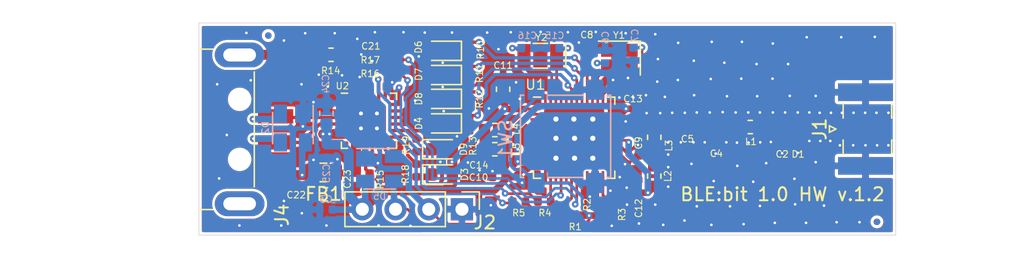
<source format=kicad_pcb>
(kicad_pcb (version 20171130) (host pcbnew "(5.1.5)-3")
  (layers (0 F.Cu signal) (31 B.Cu signal) (34 B.Paste user hide) (35 F.Paste user hide) (36 B.SilkS user) (37 F.SilkS user hide) (38 B.Mask user hide) (39 F.Mask user hide) (44 Edge.Cuts user))
  (net 0 "")
  (net 1 "Net-(C2-Pad1)")
  (net 2 GND)
  (net 3 +3V3)
  (net 4 "Net-(C4-Pad1)")
  (net 5 "Net-(C5-Pad2)")
  (net 6 "Net-(C6-Pad1)")
  (net 7 "Net-(C7-Pad1)")
  (net 8 "Net-(C8-Pad1)")
  (net 9 "Net-(C9-Pad1)")
  (net 10 /VDD_PA)
  (net 11 "Net-(C13-Pad1)")
  (net 12 "Net-(C15-Pad2)")
  (net 13 "Net-(C16-Pad2)")
  (net 14 "Net-(C22-Pad1)")
  (net 15 "Net-(D2-Pad2)")
  (net 16 "Net-(D2-Pad4)")
  (net 17 "Net-(D2-Pad3)")
  (net 18 "Net-(D3-Pad1)")
  (net 19 "Net-(D4-Pad1)")
  (net 20 "Net-(D5-Pad3)")
  (net 21 "Net-(D5-Pad4)")
  (net 22 "Net-(D6-Pad1)")
  (net 23 "Net-(D7-Pad1)")
  (net 24 "Net-(D8-Pad1)")
  (net 25 "Net-(D9-Pad1)")
  (net 26 "Net-(J4-Pad5)")
  (net 27 "Net-(L2-Pad2)")
  (net 28 "Net-(L4-Pad1)")
  (net 29 "Net-(L5-Pad1)")
  (net 30 "Net-(R2-Pad1)")
  (net 31 "Net-(R3-Pad1)")
  (net 32 /CTS)
  (net 33 "Net-(R4-Pad2)")
  (net 34 "Net-(R5-Pad1)")
  (net 35 /UART_Tx)
  (net 36 /LED1)
  (net 37 /LED2)
  (net 38 /LED3)
  (net 39 /LED4)
  (net 40 "Net-(R15-Pad1)")
  (net 41 "Net-(R16-Pad2)")
  (net 42 /RTS)
  (net 43 "Net-(R17-Pad2)")
  (net 44 /UART_Rx)
  (net 45 "Net-(R18-Pad2)")
  (net 46 "Net-(R19-Pad2)")
  (net 47 "Net-(U1-Pad3)")
  (net 48 "Net-(U1-Pad4)")
  (net 49 "Net-(U1-Pad5)")
  (net 50 "Net-(U1-Pad6)")
  (net 51 "Net-(U1-Pad7)")
  (net 52 "Net-(U1-Pad8)")
  (net 53 "Net-(U1-Pad9)")
  (net 54 "Net-(U1-Pad10)")
  (net 55 "Net-(U1-Pad11)")
  (net 56 "Net-(U1-Pad15)")
  (net 57 "Net-(U1-Pad17)")
  (net 58 "Net-(U1-Pad20)")
  (net 59 "Net-(U1-Pad21)")
  (net 60 "Net-(U1-Pad22)")
  (net 61 /SW1)
  (net 62 /SW2)
  (net 63 /SW3)
  (net 64 /SW4)
  (net 65 "Net-(U1-Pad44)")
  (net 66 "Net-(U1-Pad47)")
  (net 67 "Net-(U1-Pad48)")
  (net 68 "Net-(U2-Pad1)")
  (net 69 "Net-(U2-Pad10)")
  (net 70 "Net-(U2-Pad11)")
  (net 71 "Net-(U2-Pad12)")
  (net 72 "Net-(U2-Pad15)")
  (net 73 "Net-(U2-Pad16)")
  (net 74 "Net-(U2-Pad17)")
  (net 75 "Net-(U2-Pad22)")
  (net 76 "Net-(U2-Pad23)")
  (net 77 "Net-(U2-Pad24)")
  (module Fiducial:Fiducial_0.5mm_Mask1mm (layer B.Cu) (at 87.7062 80.518)
    (fp_text reference REF** hide)
    (fp_text value Fiducial_0.5mm_Mask1mm)
    (pad "" smd circle (at 0 0) (size 0.5 0.5) (layers B.Cu B.Mask) (clearance 0.25))
  )
  (module Fiducial:Fiducial_0.5mm_Mask1mm (layer B.Cu) (at 41.148 66.2432)
    (fp_text reference REF** hide)
    (fp_text value Fiducial_0.5mm_Mask1mm)
    (pad "" smd circle (at 0 0) (size 0.5 0.5) (layers B.Cu B.Mask) (clearance 0.25))
  )
  (module Fiducial:Fiducial_0.5mm_Mask1mm (layer F.Cu) (at 87.6808 80.518)
    (fp_text reference REF** hide)
    (fp_text value Fiducial_0.5mm_Mask1mm)
    (pad "" smd circle (at 0 0) (size 0.5 0.5) (layers F.Cu F.Mask) (clearance 0.25))
  )
  (module Fiducial:Fiducial_0.5mm_Mask1mm (layer F.Cu) (at 41.148 66.2432)
    (fp_text reference REF** hide)
    (fp_text value Fiducial_0.5mm_Mask1mm)
    (pad "" smd circle (at 0 0) (size 0.5 0.5) (layers F.Cu F.Mask) (clearance 0.25))
  )
  (module LED_SMD:LED_0603_1608Metric (layer F.Cu) (at 54.4322 67.4116 180)
    (fp_text reference D6 (at 1.8034 0.2794 90) (layer F.SilkS) (effects (font (size 0.508 0.508) (thickness 0.0762))))
    (fp_text value GREEN)
    (pad 1 smd roundrect (at -0.7875 0 180) (size 0.875 0.95) (layers F.Cu F.Paste F.Mask) (net 22 "Net-(D6-Pad1)"))
    (pad 2 smd roundrect (at 0.7875 0 180) (size 0.875 0.95) (layers F.Cu F.Paste F.Mask) (net 3 +3V3))
  )
  (module Capacitor_SMD:C_0402_1005Metric (layer F.Cu) (at 80.4164 73.9648 270)
    (fp_text reference C2 (at 1.3716 -0.0254 180) (layer F.SilkS) (effects (font (size 0.508 0.508) (thickness 0.0762))))
    (fp_text value 1.5pF)
    (pad 1 smd roundrect (at -0.485 0 270) (size 0.59 0.64) (layers F.Cu F.Paste F.Mask) (net 1 "Net-(C2-Pad1)"))
    (pad 2 smd roundrect (at 0.485 0 270) (size 0.59 0.64) (layers F.Cu F.Paste F.Mask) (net 2 GND))
  )
  (module Capacitor_SMD:C_0402_1005Metric (layer B.Cu) (at 45.5676 79.5782 180)
    (fp_text reference C3 (at 0 0.7874 180) (layer B.SilkS) (effects (font (size 0.508 0.508) (thickness 0.0762)) (justify mirror)))
    (fp_text value 100nF)
    (pad 1 smd roundrect (at -0.485 0 180) (size 0.59 0.64) (layers B.Cu B.Paste B.Mask) (net 3 +3V3))
    (pad 2 smd roundrect (at 0.485 0 180) (size 0.59 0.64) (layers B.Cu B.Paste B.Mask) (net 2 GND))
  )
  (module Capacitor_SMD:C_0402_1005Metric (layer F.Cu) (at 75.3618 73.9648 270)
    (fp_text reference C4 (at 1.3208 -0.0508 180) (layer F.SilkS) (effects (font (size 0.508 0.508) (thickness 0.0762))))
    (fp_text value 1pF)
    (pad 2 smd roundrect (at 0.485 0 270) (size 0.59 0.64) (layers F.Cu F.Paste F.Mask) (net 2 GND))
    (pad 1 smd roundrect (at -0.485 0 270) (size 0.59 0.64) (layers F.Cu F.Paste F.Mask) (net 4 "Net-(C4-Pad1)"))
  )
  (module Capacitor_SMD:C_0402_1005Metric (layer F.Cu) (at 73.2028 73.2536 180)
    (fp_text reference C5 (at 0 -0.9144) (layer F.SilkS) (effects (font (size 0.508 0.508) (thickness 0.0762))))
    (fp_text value 3.9pF)
    (pad 2 smd roundrect (at 0.485 0 180) (size 0.59 0.64) (layers F.Cu F.Paste F.Mask) (net 5 "Net-(C5-Pad2)"))
    (pad 1 smd roundrect (at -0.485 0 180) (size 0.59 0.64) (layers F.Cu F.Paste F.Mask) (net 4 "Net-(C4-Pad1)"))
  )
  (module Capacitor_SMD:C_0402_1005Metric (layer B.Cu) (at 69.0626 67.6656 270)
    (fp_text reference C6 (at -1.27 2.1336 270) (layer B.SilkS) (effects (font (size 0.508 0.508) (thickness 0.0762)) (justify mirror)))
    (fp_text value 22pF)
    (pad 2 smd roundrect (at 0.485 0 270) (size 0.59 0.64) (layers B.Cu B.Paste B.Mask) (net 2 GND))
    (pad 1 smd roundrect (at -0.485 0 270) (size 0.59 0.64) (layers B.Cu B.Paste B.Mask) (net 6 "Net-(C6-Pad1)"))
  )
  (module Capacitor_SMD:C_0402_1005Metric (layer B.Cu) (at 66.9036 67.8688 90)
    (fp_text reference C7 (at 1.651 2.286 270) (layer B.SilkS) (effects (font (size 0.508 0.508) (thickness 0.0762)) (justify mirror)))
    (fp_text value 22pF)
    (pad 1 smd roundrect (at -0.485 0 90) (size 0.59 0.64) (layers B.Cu B.Paste B.Mask) (net 7 "Net-(C7-Pad1)"))
    (pad 2 smd roundrect (at 0.485 0 90) (size 0.59 0.64) (layers B.Cu B.Paste B.Mask) (net 2 GND))
  )
  (module Capacitor_SMD:C_0402_1005Metric (layer F.Cu) (at 65.532 67.4902 90)
    (fp_text reference C8 (at 1.2978 -0.0254 180) (layer F.SilkS) (effects (font (size 0.508 0.508) (thickness 0.0762))))
    (fp_text value 100nF)
    (pad 1 smd roundrect (at -0.485 0 90) (size 0.59 0.64) (layers F.Cu F.Paste F.Mask) (net 8 "Net-(C8-Pad1)"))
    (pad 2 smd roundrect (at 0.485 0 90) (size 0.59 0.64) (layers F.Cu F.Paste F.Mask) (net 2 GND))
  )
  (module Capacitor_SMD:C_0402_1005Metric (layer F.Cu) (at 69.4436 75.946 270)
    (fp_text reference C9 (at -1.4732 -0.0254 270) (layer F.SilkS) (effects (font (size 0.508 0.508) (thickness 0.0762))))
    (fp_text value 47nF)
    (pad 1 smd roundrect (at -0.485 0 270) (size 0.59 0.64) (layers F.Cu F.Paste F.Mask) (net 9 "Net-(C9-Pad1)"))
    (pad 2 smd roundrect (at 0.485 0 270) (size 0.59 0.64) (layers F.Cu F.Paste F.Mask) (net 2 GND))
  )
  (module Capacitor_SMD:C_0402_1005Metric (layer F.Cu) (at 58.7756 77.089 180)
    (fp_text reference C10 (at 1.5494 -0.0254) (layer F.SilkS) (effects (font (size 0.508 0.508) (thickness 0.0762))))
    (fp_text value 100nF)
    (pad 2 smd roundrect (at 0.485 0 180) (size 0.59 0.64) (layers F.Cu F.Paste F.Mask) (net 2 GND))
    (pad 1 smd roundrect (at -0.485 0 180) (size 0.59 0.64) (layers F.Cu F.Paste F.Mask) (net 3 +3V3))
  )
  (module Capacitor_SMD:C_0603_1608Metric (layer F.Cu) (at 59.1058 70.358 270)
    (fp_text reference C11 (at -1.8288 0 180) (layer F.SilkS) (effects (font (size 0.508 0.508) (thickness 0.0762))))
    (fp_text value 10uF/6.3V)
    (pad 1 smd roundrect (at -0.7875 0 270) (size 0.875 0.95) (layers F.Cu F.Paste F.Mask) (net 2 GND))
    (pad 2 smd roundrect (at 0.7875 0 270) (size 0.875 0.95) (layers F.Cu F.Paste F.Mask) (net 3 +3V3))
  )
  (module Capacitor_SMD:C_0402_1005Metric (layer F.Cu) (at 69.4436 77.8002 90)
    (fp_text reference C12 (at -1.6764 0.0254 90) (layer F.SilkS) (effects (font (size 0.508 0.508) (thickness 0.0762))))
    (fp_text value 2.2nF)
    (pad 1 smd roundrect (at -0.485 0 90) (size 0.59 0.64) (layers F.Cu F.Paste F.Mask) (net 10 /VDD_PA))
    (pad 2 smd roundrect (at 0.485 0 90) (size 0.59 0.64) (layers F.Cu F.Paste F.Mask) (net 2 GND))
  )
  (module Capacitor_SMD:C_0402_1005Metric (layer F.Cu) (at 69.0626 72.3392 270)
    (fp_text reference C13 (at -1.2446 0.0254 180) (layer F.SilkS) (effects (font (size 0.508 0.508) (thickness 0.0762))))
    (fp_text value 2.2nF)
    (pad 1 smd roundrect (at -0.485 0 270) (size 0.59 0.64) (layers F.Cu F.Paste F.Mask) (net 11 "Net-(C13-Pad1)"))
    (pad 2 smd roundrect (at 0.485 0 270) (size 0.59 0.64) (layers F.Cu F.Paste F.Mask) (net 2 GND))
  )
  (module Capacitor_SMD:C_0402_1005Metric (layer F.Cu) (at 58.7756 76.1492)
    (fp_text reference C14 (at -1.524 0.0254) (layer F.SilkS) (effects (font (size 0.508 0.508) (thickness 0.0762))))
    (fp_text value 1uF/6.3V)
    (pad 1 smd roundrect (at -0.485 0) (size 0.59 0.64) (layers F.Cu F.Paste F.Mask) (net 2 GND))
    (pad 2 smd roundrect (at 0.485 0) (size 0.59 0.64) (layers F.Cu F.Paste F.Mask) (net 11 "Net-(C13-Pad1)"))
  )
  (module Capacitor_SMD:C_0402_1005Metric (layer B.Cu) (at 62.9182 67.2084)
    (fp_text reference C15 (at 0.1246 -0.9652 180) (layer B.SilkS) (effects (font (size 0.508 0.508) (thickness 0.0762)) (justify mirror)))
    (fp_text value 22pF)
    (pad 1 smd roundrect (at -0.485 0) (size 0.59 0.64) (layers B.Cu B.Paste B.Mask) (net 2 GND))
    (pad 2 smd roundrect (at 0.485 0) (size 0.59 0.64) (layers B.Cu B.Paste B.Mask) (net 12 "Net-(C15-Pad2)"))
  )
  (module Capacitor_SMD:C_0402_1005Metric (layer B.Cu) (at 60.9854 67.2084 180)
    (fp_text reference C16 (at 0.0254 0.9652) (layer B.SilkS) (effects (font (size 0.508 0.508) (thickness 0.0762)) (justify mirror)))
    (fp_text value 22pF)
    (pad 2 smd roundrect (at 0.485 0 180) (size 0.59 0.64) (layers B.Cu B.Paste B.Mask) (net 13 "Net-(C16-Pad2)"))
    (pad 1 smd roundrect (at -0.485 0 180) (size 0.59 0.64) (layers B.Cu B.Paste B.Mask) (net 2 GND))
  )
  (module Capacitor_SMD:C_0402_1005Metric (layer F.Cu) (at 50.7238 67.1068 180)
    (fp_text reference C21 (at 1.7272 0.0508) (layer F.SilkS) (effects (font (size 0.508 0.508) (thickness 0.0762))))
    (fp_text value 100nF)
    (pad 2 smd roundrect (at 0.485 0 180) (size 0.59 0.64) (layers F.Cu F.Paste F.Mask) (net 2 GND))
    (pad 1 smd roundrect (at -0.485 0 180) (size 0.59 0.64) (layers F.Cu F.Paste F.Mask) (net 3 +3V3))
  )
  (module Capacitor_SMD:C_0603_1608Metric (layer F.Cu) (at 45.5168 78.4098 180)
    (fp_text reference C22 (at 2.2352 -0.0508) (layer F.SilkS) (effects (font (size 0.508 0.508) (thickness 0.0762))))
    (fp_text value 10uF/6.3V)
    (pad 1 smd roundrect (at -0.7875 0 180) (size 0.875 0.95) (layers F.Cu F.Paste F.Mask) (net 14 "Net-(C22-Pad1)"))
    (pad 2 smd roundrect (at 0.7875 0 180) (size 0.875 0.95) (layers F.Cu F.Paste F.Mask) (net 2 GND))
  )
  (module Capacitor_SMD:C_0402_1005Metric (layer F.Cu) (at 47.9044 77.2668 270)
    (fp_text reference C23 (at -0.0254 0.7112 90) (layer F.SilkS) (effects (font (size 0.508 0.508) (thickness 0.0762))))
    (fp_text value 100nF)
    (pad 1 smd roundrect (at -0.485 0 270) (size 0.59 0.64) (layers F.Cu F.Paste F.Mask) (net 14 "Net-(C22-Pad1)"))
    (pad 2 smd roundrect (at 0.485 0 270) (size 0.59 0.64) (layers F.Cu F.Paste F.Mask) (net 2 GND))
  )
  (module Capacitor_SMD:C_0603_1608Metric (layer B.Cu) (at 45.593 72.2122 270)
    (fp_text reference C24 (at -2.2606 0.0508 90) (layer B.SilkS) (effects (font (size 0.508 0.508) (thickness 0.0762)) (justify mirror)))
    (fp_text value 10uF/6.3V)
    (pad 1 smd roundrect (at -0.7875 0 270) (size 0.875 0.95) (layers B.Cu B.Paste B.Mask) (net 2 GND))
    (pad 2 smd roundrect (at 0.7875 0 270) (size 0.875 0.95) (layers B.Cu B.Paste B.Mask) (net 3 +3V3))
  )
  (module Capacitor_SMD:C_0402_1005Metric (layer B.Cu) (at 45.593 75.0824 90)
    (fp_text reference C25 (at -1.7272 0 90) (layer B.SilkS) (effects (font (size 0.508 0.508) (thickness 0.0762)) (justify mirror)))
    (fp_text value 100nF)
    (pad 2 smd roundrect (at 0.485 0 90) (size 0.59 0.64) (layers B.Cu B.Paste B.Mask) (net 3 +3V3))
    (pad 1 smd roundrect (at -0.485 0 90) (size 0.59 0.64) (layers B.Cu B.Paste B.Mask) (net 2 GND))
  )
  (module Capacitor_SMD:C_0402_1005Metric (layer F.Cu) (at 81.6356 73.9648 270)
    (fp_text reference D1 (at 1.3716 -0.0254 180) (layer F.SilkS) (effects (font (size 0.508 0.508) (thickness 0.0762))))
    (fp_text value LXES15AAA1-153)
    (pad 2 smd roundrect (at 0.485 0 270) (size 0.59 0.64) (layers F.Cu F.Paste F.Mask) (net 2 GND))
    (pad 1 smd roundrect (at -0.485 0 270) (size 0.59 0.64) (layers F.Cu F.Paste F.Mask) (net 1 "Net-(C2-Pad1)"))
  )
  (module Package_TO_SOT_SMD:SOT-143R_Reverse (layer B.Cu) (at 43.0276 73.3298 270)
    (fp_text reference D2 (at -0.0254 2.1082 90) (layer B.SilkS) (effects (font (size 0.508 0.508) (thickness 0.0762)) (justify mirror)))
    (fp_text value SP0503BAHT)
    (pad 1 smd rect (at -1.1 -0.77) (size 1.2 1.4) (layers B.Cu B.Paste B.Mask) (net 2 GND))
    (pad 2 smd rect (at -1.1 0.95) (size 1 1.4) (layers B.Cu B.Paste B.Mask) (net 15 "Net-(D2-Pad2)"))
    (pad 4 smd rect (at 1.1 -0.95) (size 1 1.4) (layers B.Cu B.Paste B.Mask) (net 16 "Net-(D2-Pad4)"))
    (pad 3 smd rect (at 1.1 0.95) (size 1 1.4) (layers B.Cu B.Paste B.Mask) (net 17 "Net-(D2-Pad3)"))
  )
  (module Package_TO_SOT_SMD:SOT-143R_Reverse (layer B.Cu) (at 49.657 76.454)
    (fp_text reference D5 (at 0 2.1082) (layer B.SilkS) (effects (font (size 0.508 0.508) (thickness 0.0762)) (justify mirror)))
    (fp_text value SP0503BAHT)
    (pad 3 smd rect (at 1.1 0.95 90) (size 1 1.4) (layers B.Cu B.Paste B.Mask) (net 20 "Net-(D5-Pad3)"))
    (pad 4 smd rect (at 1.1 -0.95 90) (size 1 1.4) (layers B.Cu B.Paste B.Mask) (net 21 "Net-(D5-Pad4)"))
    (pad 2 smd rect (at -1.1 0.95 90) (size 1 1.4) (layers B.Cu B.Paste B.Mask) (net 3 +3V3))
    (pad 1 smd rect (at -1.1 -0.77 90) (size 1.2 1.4) (layers B.Cu B.Paste B.Mask) (net 2 GND))
  )
  (module Connector_PinHeader_2.54mm:PinHeader_1x04_P2.54mm_Vertical (layer F.Cu) (at 55.9562 79.5528 270)
    (fp_text reference J2 (at 1.016 -1.7526 180) (layer F.SilkS))
    (fp_text value DEBUG)
    (pad 4 thru_hole oval (at 0 7.62 270) (size 1.7 1.7) (drill 1) (layers *.Cu *.Mask) (net 3 +3V3))
    (pad 3 thru_hole oval (at 0 5.08 270) (size 1.7 1.7) (drill 1) (layers *.Cu *.Mask) (net 20 "Net-(D5-Pad3)"))
    (pad 2 thru_hole oval (at 0 2.54 270) (size 1.7 1.7) (drill 1) (layers *.Cu *.Mask) (net 21 "Net-(D5-Pad4)"))
    (pad 1 thru_hole rect (at 0 0 270) (size 1.7 1.7) (drill 1) (layers *.Cu *.Mask) (net 2 GND))
  )
  (module Connector_USB:USB_A_CNCTech_1001-011-01101_Horizontal (layer F.Cu) (at 32.0548 73.4314 180)
    (fp_text reference J4 (at -10.1346 -6.5532 90) (layer F.SilkS))
    (fp_text value USB_A)
    (pad 2 smd rect (at -9.65 -1 180) (size 2.7 1.1) (layers F.Cu F.Paste F.Mask) (net 17 "Net-(D2-Pad3)"))
    (pad 3 smd rect (at -9.65 1 180) (size 2.7 1.1) (layers F.Cu F.Paste F.Mask) (net 15 "Net-(D2-Pad2)"))
    (pad 1 smd rect (at -9.65 -3.5 180) (size 2.7 1.1) (layers F.Cu F.Paste F.Mask) (net 16 "Net-(D2-Pad4)"))
    (pad 4 smd rect (at -9.65 3.5 180) (size 2.7 1.1) (layers F.Cu F.Paste F.Mask) (net 2 GND))
    (pad 5 thru_hole oval (at -6.9 -5.7 180) (size 3.8 1.9) (drill oval 2.5 1) (layers *.Cu *.Mask) (net 26 "Net-(J4-Pad5)"))
    (pad 5 thru_hole oval (at -6.9 5.7 180) (size 3.8 1.9) (drill oval 2.5 1) (layers *.Cu *.Mask) (net 26 "Net-(J4-Pad5)"))
    (pad "" np_thru_hole circle (at -6.9 -2.3 180) (size 1.4 1.4) (drill 1.4) (layers *.Cu *.Mask))
    (pad "" np_thru_hole circle (at -6.9 2.3 180) (size 1.4 1.4) (drill 1.4) (layers *.Cu *.Mask))
  )
  (module Capacitor_SMD:C_0603_1608Metric (layer F.Cu) (at 78.0034 73.2536 180)
    (fp_text reference L1 (at -0.0508 -1.1176) (layer F.SilkS) (effects (font (size 0.508 0.508) (thickness 0.0762))))
    (fp_text value 3.3nH)
    (pad 1 smd roundrect (at -0.7875 0 180) (size 0.875 0.95) (layers F.Cu F.Paste F.Mask) (net 1 "Net-(C2-Pad1)"))
    (pad 2 smd roundrect (at 0.7875 0 180) (size 0.875 0.95) (layers F.Cu F.Paste F.Mask) (net 4 "Net-(C4-Pad1)"))
  )
  (module Capacitor_SMD:C_0603_1608Metric (layer F.Cu) (at 70.6628 77.0128 90)
    (fp_text reference L2 (at 0 1.0414 90) (layer F.SilkS) (effects (font (size 0.508 0.508) (thickness 0.0762))))
    (fp_text value 27nH)
    (pad 2 smd roundrect (at 0.7875 0 90) (size 0.875 0.95) (layers F.Cu F.Paste F.Mask) (net 27 "Net-(L2-Pad2)"))
    (pad 1 smd roundrect (at -0.7875 0 90) (size 0.875 0.95) (layers F.Cu F.Paste F.Mask) (net 10 /VDD_PA))
  )
  (module Capacitor_SMD:C_0603_1608Metric (layer F.Cu) (at 70.6628 74.041 270)
    (fp_text reference L3 (at 0.635 -1.1176 90) (layer F.SilkS) (effects (font (size 0.508 0.508) (thickness 0.0762))))
    (fp_text value 4.7nH)
    (pad 2 smd roundrect (at 0.7875 0 270) (size 0.875 0.95) (layers F.Cu F.Paste F.Mask) (net 27 "Net-(L2-Pad2)"))
    (pad 1 smd roundrect (at -0.7875 0 270) (size 0.875 0.95) (layers F.Cu F.Paste F.Mask) (net 5 "Net-(C5-Pad2)"))
  )
  (module Inductor_SMD:L_0603_1608Metric (layer F.Cu) (at 58.4707 74.9554)
    (fp_text reference L4 (at 1.6257 -1.5494 90) (layer F.SilkS) (effects (font (size 0.508 0.508) (thickness 0.0762))))
    (fp_text value 15nH)
    (pad 2 smd roundrect (at 0.7875 0) (size 0.875 0.95) (layers F.Cu F.Paste F.Mask) (net 11 "Net-(C13-Pad1)"))
    (pad 1 smd roundrect (at -0.7875 0) (size 0.875 0.95) (layers F.Cu F.Paste F.Mask) (net 28 "Net-(L4-Pad1)"))
  )
  (module Inductor_SMD:L_0603_1608Metric (layer F.Cu) (at 58.4708 73.4822 180)
    (fp_text reference L5 (at -1.651 -1.4224 90) (layer F.SilkS) (effects (font (size 0.508 0.508) (thickness 0.0762))))
    (fp_text value 10uH/50mA)
    (pad 1 smd roundrect (at -0.7875 0 180) (size 0.875 0.95) (layers F.Cu F.Paste F.Mask) (net 29 "Net-(L5-Pad1)"))
    (pad 2 smd roundrect (at 0.7875 0 180) (size 0.875 0.95) (layers F.Cu F.Paste F.Mask) (net 28 "Net-(L4-Pad1)"))
  )
  (module Resistor_SMD:R_0402_1005Metric (layer F.Cu) (at 64.5668 80.0354 180)
    (fp_text reference R1 (at -0.0508 -0.8636) (layer F.SilkS) (effects (font (size 0.508 0.508) (thickness 0.0762))))
    (fp_text value 22k)
    (pad 1 smd roundrect (at -0.485 0 180) (size 0.59 0.64) (layers F.Cu F.Paste F.Mask) (net 21 "Net-(D5-Pad4)"))
    (pad 2 smd roundrect (at 0.485 0 180) (size 0.59 0.64) (layers F.Cu F.Paste F.Mask) (net 3 +3V3))
  )
  (module Resistor_SMD:R_0402_1005Metric (layer F.Cu) (at 66.3448 79.5528 270)
    (fp_text reference R2 (at -0.3556 0.8128 90) (layer F.SilkS) (effects (font (size 0.508 0.508) (thickness 0.0762))))
    (fp_text value 330R)
    (pad 1 smd roundrect (at -0.485 0 270) (size 0.59 0.64) (layers F.Cu F.Paste F.Mask) (net 30 "Net-(R2-Pad1)"))
    (pad 2 smd roundrect (at 0.485 0 270) (size 0.59 0.64) (layers F.Cu F.Paste F.Mask) (net 21 "Net-(D5-Pad4)"))
  )
  (module Resistor_SMD:R_0402_1005Metric (layer F.Cu) (at 67.3354 79.5552 270)
    (fp_text reference R3 (at 0.404 -0.8636 90) (layer F.SilkS) (effects (font (size 0.508 0.508) (thickness 0.0762))))
    (fp_text value 330R)
    (pad 2 smd roundrect (at 0.485 0 270) (size 0.59 0.64) (layers F.Cu F.Paste F.Mask) (net 20 "Net-(D5-Pad3)"))
    (pad 1 smd roundrect (at -0.485 0 270) (size 0.59 0.64) (layers F.Cu F.Paste F.Mask) (net 31 "Net-(R3-Pad1)"))
  )
  (module Resistor_SMD:R_0402_1005Metric (layer F.Cu) (at 56.515 67.2338 90)
    (fp_text reference R10 (at -0.1016 0.8636 90) (layer F.SilkS) (effects (font (size 0.508 0.508) (thickness 0.0762))))
    (fp_text value 330R)
    (pad 1 smd roundrect (at -0.485 0 90) (size 0.59 0.64) (layers F.Cu F.Paste F.Mask) (net 22 "Net-(D6-Pad1)"))
    (pad 2 smd roundrect (at 0.485 0 90) (size 0.59 0.64) (layers F.Cu F.Paste F.Mask) (net 36 /LED1))
  )
  (module Resistor_SMD:R_0402_1005Metric (layer F.Cu) (at 56.515 69.088 90)
    (fp_text reference R11 (at -0.0508 0.7874 90) (layer F.SilkS) (effects (font (size 0.508 0.508) (thickness 0.0762))))
    (fp_text value 330R)
    (pad 2 smd roundrect (at 0.485 0 90) (size 0.59 0.64) (layers F.Cu F.Paste F.Mask) (net 37 /LED2))
    (pad 1 smd roundrect (at -0.485 0 90) (size 0.59 0.64) (layers F.Cu F.Paste F.Mask) (net 23 "Net-(D7-Pad1)"))
  )
  (module Resistor_SMD:R_0402_1005Metric (layer F.Cu) (at 56.515 71.0438 90)
    (fp_text reference R12 (at -0.0508 0.7874 90) (layer F.SilkS) (effects (font (size 0.508 0.508) (thickness 0.0762))))
    (fp_text value 330R)
    (pad 2 smd roundrect (at 0.485 0 90) (size 0.59 0.64) (layers F.Cu F.Paste F.Mask) (net 38 /LED3))
    (pad 1 smd roundrect (at -0.485 0 90) (size 0.59 0.64) (layers F.Cu F.Paste F.Mask) (net 24 "Net-(D8-Pad1)"))
  )
  (module Resistor_SMD:R_0402_1005Metric (layer F.Cu) (at 56.515 73.0504 90)
    (fp_text reference R13 (at -1.651 0.2794 90) (layer F.SilkS) (effects (font (size 0.508 0.508) (thickness 0.0762))))
    (fp_text value 330R)
    (pad 1 smd roundrect (at -0.485 0 90) (size 0.59 0.64) (layers F.Cu F.Paste F.Mask) (net 25 "Net-(D9-Pad1)"))
    (pad 2 smd roundrect (at 0.485 0 90) (size 0.59 0.64) (layers F.Cu F.Paste F.Mask) (net 39 /LED4))
  )
  (module Resistor_SMD:R_0603_1608Metric (layer F.Cu) (at 45.9486 67.7164 180)
    (fp_text reference R14 (at 0.0254 -1.2192) (layer F.SilkS) (effects (font (size 0.508 0.508) (thickness 0.0762))))
    (fp_text value NC)
    (pad 2 smd roundrect (at 0.7875 0 180) (size 0.875 0.95) (layers F.Cu F.Paste F.Mask) (net 26 "Net-(J4-Pad5)"))
    (pad 1 smd roundrect (at -0.7875 0 180) (size 0.875 0.95) (layers F.Cu F.Paste F.Mask) (net 2 GND))
  )
  (module Resistor_SMD:R_0402_1005Metric (layer F.Cu) (at 48.895 77.2668 270)
    (fp_text reference R15 (at 0 -0.8128 90) (layer F.SilkS) (effects (font (size 0.508 0.508) (thickness 0.0762))))
    (fp_text value 1k)
    (pad 2 smd roundrect (at 0.485 0 270) (size 0.59 0.64) (layers F.Cu F.Paste F.Mask) (net 3 +3V3))
    (pad 1 smd roundrect (at -0.485 0 270) (size 0.59 0.64) (layers F.Cu F.Paste F.Mask) (net 40 "Net-(R15-Pad1)"))
  )
  (module Resistor_SMD:R_0402_1005Metric (layer F.Cu) (at 50.7262 69.088 180)
    (fp_text reference R16 (at 1.7804 -0.0762) (layer F.SilkS) (effects (font (size 0.508 0.508) (thickness 0.0762))))
    (fp_text value 330R)
    (pad 2 smd roundrect (at 0.485 0 180) (size 0.59 0.64) (layers F.Cu F.Paste F.Mask) (net 41 "Net-(R16-Pad2)"))
    (pad 1 smd roundrect (at -0.485 0 180) (size 0.59 0.64) (layers F.Cu F.Paste F.Mask) (net 42 /RTS))
  )
  (module Resistor_SMD:R_0402_1005Metric (layer F.Cu) (at 50.7238 68.0974 180)
    (fp_text reference R17 (at 1.778 -0.0254) (layer F.SilkS) (effects (font (size 0.508 0.508) (thickness 0.0762))))
    (fp_text value 330R)
    (pad 2 smd roundrect (at 0.485 0 180) (size 0.59 0.64) (layers F.Cu F.Paste F.Mask) (net 43 "Net-(R17-Pad2)"))
    (pad 1 smd roundrect (at -0.485 0 180) (size 0.59 0.64) (layers F.Cu F.Paste F.Mask) (net 44 /UART_Rx))
  )
  (module Resistor_SMD:R_0402_1005Metric (layer F.Cu) (at 52.4764 76.581 90)
    (fp_text reference R18 (at -0.2794 -0.8382 90) (layer F.SilkS) (effects (font (size 0.508 0.508) (thickness 0.0762))))
    (fp_text value 330R)
    (pad 1 smd roundrect (at -0.485 0 90) (size 0.59 0.64) (layers F.Cu F.Paste F.Mask) (net 18 "Net-(D3-Pad1)"))
    (pad 2 smd roundrect (at 0.485 0 90) (size 0.59 0.64) (layers F.Cu F.Paste F.Mask) (net 45 "Net-(R18-Pad2)"))
  )
  (module Resistor_SMD:R_0402_1005Metric (layer F.Cu) (at 52.4764 74.6506 90)
    (fp_text reference R19 (at 0 -0.7874 90) (layer F.SilkS) (effects (font (size 0.508 0.508) (thickness 0.0762))))
    (fp_text value 330R)
    (pad 1 smd roundrect (at -0.485 0 90) (size 0.59 0.64) (layers F.Cu F.Paste F.Mask) (net 19 "Net-(D4-Pad1)"))
    (pad 2 smd roundrect (at 0.485 0 90) (size 0.59 0.64) (layers F.Cu F.Paste F.Mask) (net 46 "Net-(R19-Pad2)"))
  )
  (module Button_Switch_SMD:SW_SPST_B3S-1000 (layer B.Cu) (at 63.881 73.9648 90)
    (fp_text reference SW1 (at -0.2286 -4.5974 90) (layer B.SilkS) (effects (justify mirror)))
    (fp_text value RESET)
    (pad 1 smd rect (at -3.575 2.25 90) (size 1.55 1.3) (layers B.Cu B.Paste B.Mask) (net 2 GND))
    (pad 1 smd rect (at 3.575 2.25 90) (size 1.55 1.3) (layers B.Cu B.Paste B.Mask) (net 2 GND))
    (pad 2 smd rect (at -3.575 -2.25 90) (size 1.55 1.3) (layers B.Cu B.Paste B.Mask) (net 21 "Net-(D5-Pad4)"))
    (pad 2 smd rect (at 3.575 -2.25 90) (size 1.55 1.3) (layers B.Cu B.Paste B.Mask) (net 21 "Net-(D5-Pad4)"))
  )
  (module Package_DFN_QFN:QFN-48-1EP_6x6mm_P0.4mm_EP4.6x4.6mm (layer F.Cu) (at 64.5378 74.0696)
    (fp_text reference U1 (at -2.9682 -4.0672) (layer F.SilkS) (effects (font (size 0.762 0.762) (thickness 0.1016))))
    (fp_text value nRF51422-QFAC)
    (pad 49 smd roundrect (at 0 0) (size 4.6 4.6) (layers F.Cu F.Mask) (roundrect_rratio 0.054348) (net 2 GND))
    (pad 1 smd roundrect (at -3.05 -2.2) (size 1 0.2) (layers F.Cu F.Paste F.Mask) (net 3 +3V3))
    (pad 2 smd roundrect (at -3.05 -1.8) (size 1 0.2) (layers F.Cu F.Paste F.Mask) (net 29 "Net-(L5-Pad1)"))
    (pad 3 smd roundrect (at -2.95 -1.4) (size 0.8 0.2) (layers F.Cu F.Paste F.Mask) (net 47 "Net-(U1-Pad3)"))
    (pad 4 smd roundrect (at -2.95 -1) (size 0.8 0.2) (layers F.Cu F.Paste F.Mask) (net 48 "Net-(U1-Pad4)"))
    (pad 5 smd roundrect (at -2.95 -0.6) (size 0.8 0.2) (layers F.Cu F.Paste F.Mask) (net 49 "Net-(U1-Pad5)"))
    (pad 6 smd roundrect (at -2.95 -0.2) (size 0.8 0.2) (layers F.Cu F.Paste F.Mask) (net 50 "Net-(U1-Pad6)"))
    (pad 7 smd roundrect (at -2.95 0.2) (size 0.8 0.2) (layers F.Cu F.Paste F.Mask) (net 51 "Net-(U1-Pad7)"))
    (pad 8 smd roundrect (at -2.95 0.6) (size 0.8 0.2) (layers F.Cu F.Paste F.Mask) (net 52 "Net-(U1-Pad8)"))
    (pad 9 smd roundrect (at -2.95 1) (size 0.8 0.2) (layers F.Cu F.Paste F.Mask) (net 53 "Net-(U1-Pad9)"))
    (pad 10 smd roundrect (at -2.95 1.4) (size 0.8 0.2) (layers F.Cu F.Paste F.Mask) (net 54 "Net-(U1-Pad10)"))
    (pad 11 smd roundrect (at -2.95 1.8) (size 0.8 0.2) (layers F.Cu F.Paste F.Mask) (net 55 "Net-(U1-Pad11)"))
    (pad 12 smd roundrect (at -3.05 2.2) (size 1 0.2) (layers F.Cu F.Paste F.Mask) (net 3 +3V3))
    (pad 13 smd roundrect (at -2.2 3.05) (size 0.2 1) (layers F.Cu F.Paste F.Mask) (net 2 GND))
    (pad 14 smd roundrect (at -1.8 3.05) (size 0.2 1) (layers F.Cu F.Paste F.Mask) (net 33 "Net-(R4-Pad2)"))
    (pad 15 smd roundrect (at -1.4 2.95) (size 0.2 0.8) (layers F.Cu F.Paste F.Mask) (net 56 "Net-(U1-Pad15)"))
    (pad 16 smd roundrect (at -1 3.05) (size 0.2 1) (layers F.Cu F.Paste F.Mask) (net 42 /RTS))
    (pad 17 smd roundrect (at -0.6 2.95) (size 0.2 0.8) (layers F.Cu F.Paste F.Mask) (net 57 "Net-(U1-Pad17)"))
    (pad 18 smd roundrect (at -0.2 3.05) (size 0.2 1) (layers F.Cu F.Paste F.Mask) (net 34 "Net-(R5-Pad1)"))
    (pad 19 smd roundrect (at 0.2 3.05) (size 0.2 1) (layers F.Cu F.Paste F.Mask) (net 44 /UART_Rx))
    (pad 20 smd roundrect (at 0.6 2.95) (size 0.2 0.8) (layers F.Cu F.Paste F.Mask) (net 58 "Net-(U1-Pad20)"))
    (pad 21 smd roundrect (at 1 2.95) (size 0.2 0.8) (layers F.Cu F.Paste F.Mask) (net 59 "Net-(U1-Pad21)"))
    (pad 22 smd roundrect (at 1.4 2.95) (size 0.2 0.8) (layers F.Cu F.Paste F.Mask) (net 60 "Net-(U1-Pad22)"))
    (pad 23 smd roundrect (at 1.8 3.05) (size 0.2 1) (layers F.Cu F.Paste F.Mask) (net 30 "Net-(R2-Pad1)"))
    (pad 24 smd roundrect (at 2.2 3.05) (size 0.2 1) (layers F.Cu F.Paste F.Mask) (net 31 "Net-(R3-Pad1)"))
    (pad 25 smd roundrect (at 2.95 2.2) (size 0.8 0.2) (layers F.Cu F.Paste F.Mask) (net 61 /SW1))
    (pad 26 smd roundrect (at 2.95 1.8) (size 0.8 0.2) (layers F.Cu F.Paste F.Mask) (net 62 /SW2))
    (pad 27 smd roundrect (at 2.95 1.4) (size 0.8 0.2) (layers F.Cu F.Paste F.Mask) (net 63 /SW3))
    (pad 28 smd roundrect (at 2.95 1) (size 0.8 0.2) (layers F.Cu F.Paste F.Mask) (net 64 /SW4))
    (pad 29 smd roundrect (at 3.05 0.6) (size 1 0.2) (layers F.Cu F.Paste F.Mask) (net 9 "Net-(C9-Pad1)"))
    (pad 30 smd roundrect (at 3.05 0.2) (size 1 0.2) (layers F.Cu F.Paste F.Mask) (net 10 /VDD_PA))
    (pad 31 smd roundrect (at 3.05 -0.2) (size 1 0.2) (layers F.Cu F.Paste F.Mask) (net 27 "Net-(L2-Pad2)"))
    (pad 32 smd roundrect (at 3.05 -0.6) (size 1 0.2) (layers F.Cu F.Paste F.Mask) (net 5 "Net-(C5-Pad2)"))
    (pad 33 smd roundrect (at 3.05 -1) (size 1 0.2) (layers F.Cu F.Paste F.Mask) (net 2 GND))
    (pad 34 smd roundrect (at 3.05 -1.4) (size 1 0.2) (layers F.Cu F.Paste F.Mask) (net 2 GND))
    (pad 35 smd roundrect (at 3.05 -1.8) (size 1 0.2) (layers F.Cu F.Paste F.Mask) (net 11 "Net-(C13-Pad1)"))
    (pad 36 smd roundrect (at 3.05 -2.2) (size 1 0.2) (layers F.Cu F.Paste F.Mask) (net 11 "Net-(C13-Pad1)"))
    (pad 37 smd roundrect (at 2.2 -3.05) (size 0.2 1) (layers F.Cu F.Paste F.Mask) (net 6 "Net-(C6-Pad1)"))
    (pad 38 smd roundrect (at 1.8 -3.05) (size 0.2 1) (layers F.Cu F.Paste F.Mask) (net 7 "Net-(C7-Pad1)"))
    (pad 39 smd roundrect (at 1.4 -3.05) (size 0.2 1) (layers F.Cu F.Paste F.Mask) (net 8 "Net-(C8-Pad1)"))
    (pad 40 smd roundrect (at 1 -3.05) (size 0.2 1) (layers F.Cu F.Paste F.Mask) (net 36 /LED1))
    (pad 41 smd roundrect (at 0.6 -3.05) (size 0.2 1) (layers F.Cu F.Paste F.Mask) (net 37 /LED2))
    (pad 42 smd roundrect (at 0.2 -3.05) (size 0.2 1) (layers F.Cu F.Paste F.Mask) (net 38 /LED3))
    (pad 43 smd roundrect (at -0.2 -3.05) (size 0.2 1) (layers F.Cu F.Paste F.Mask) (net 39 /LED4))
    (pad 44 smd roundrect (at -0.6 -2.95) (size 0.2 0.8) (layers F.Cu F.Paste F.Mask) (net 65 "Net-(U1-Pad44)"))
    (pad 45 smd roundrect (at -1 -3.05) (size 0.2 1) (layers F.Cu F.Paste F.Mask) (net 12 "Net-(C15-Pad2)"))
    (pad 46 smd roundrect (at -1.4 -3.05) (size 0.2 1) (layers F.Cu F.Paste F.Mask) (net 13 "Net-(C16-Pad2)"))
    (pad 47 smd roundrect (at -1.8 -2.95) (size 0.2 0.8) (layers F.Cu F.Paste F.Mask) (net 66 "Net-(U1-Pad47)"))
    (pad 48 smd roundrect (at -2.2 -2.95) (size 0.2 0.8) (layers F.Cu F.Paste F.Mask) (net 67 "Net-(U1-Pad48)"))
  )
  (module Package_DFN_QFN:QFN-24-1EP_4x4mm_P0.5mm_EP2.6x2.6mm (layer F.Cu) (at 48.8442 72.771)
    (fp_text reference U2 (at -2.032 -2.667) (layer F.SilkS) (effects (font (size 0.508 0.508) (thickness 0.0762))))
    (fp_text value CP2102N-A01-GQFN24)
    (pad 25 smd roundrect (at 0 0) (size 2.6 2.6) (layers F.Cu F.Mask) (roundrect_rratio 0.096154) (net 2 GND))
    (pad 1 smd roundrect (at -1.9375 -1.25) (size 0.825 0.25) (layers F.Cu F.Paste F.Mask) (net 68 "Net-(U2-Pad1)"))
    (pad 2 smd roundrect (at -2.0375 -0.75) (size 1 0.25) (layers F.Cu F.Paste F.Mask) (net 2 GND))
    (pad 3 smd roundrect (at -2.0375 -0.25) (size 1 0.25) (layers F.Cu F.Paste F.Mask) (net 15 "Net-(D2-Pad2)"))
    (pad 4 smd roundrect (at -2.0375 0.25) (size 1 0.25) (layers F.Cu F.Paste F.Mask) (net 17 "Net-(D2-Pad3)"))
    (pad 5 smd roundrect (at -2.0375 0.75) (size 1 0.25) (layers F.Cu F.Paste F.Mask) (net 3 +3V3))
    (pad 6 smd roundrect (at -2.0375 1.25) (size 1 0.25) (layers F.Cu F.Paste F.Mask) (net 3 +3V3))
    (pad 7 smd roundrect (at -1.25 2.0375) (size 0.25 1) (layers F.Cu F.Paste F.Mask) (net 14 "Net-(C22-Pad1)"))
    (pad 8 smd roundrect (at -0.75 2.0375) (size 0.25 1) (layers F.Cu F.Paste F.Mask) (net 14 "Net-(C22-Pad1)"))
    (pad 9 smd roundrect (at -0.25 2.0375) (size 0.25 1) (layers F.Cu F.Paste F.Mask) (net 40 "Net-(R15-Pad1)"))
    (pad 10 smd roundrect (at 0.25 1.9375) (size 0.25 0.825) (layers F.Cu F.Paste F.Mask) (net 69 "Net-(U2-Pad10)"))
    (pad 11 smd roundrect (at 0.75 1.9375) (size 0.25 0.825) (layers F.Cu F.Paste F.Mask) (net 70 "Net-(U2-Pad11)"))
    (pad 12 smd roundrect (at 1.25 1.9375) (size 0.25 0.825) (layers F.Cu F.Paste F.Mask) (net 71 "Net-(U2-Pad12)"))
    (pad 13 smd roundrect (at 2.0375 1.25) (size 1 0.25) (layers F.Cu F.Paste F.Mask) (net 45 "Net-(R18-Pad2)"))
    (pad 14 smd roundrect (at 2.0375 0.75) (size 1 0.25) (layers F.Cu F.Paste F.Mask) (net 46 "Net-(R19-Pad2)"))
    (pad 15 smd roundrect (at 1.9375 0.25) (size 0.825 0.25) (layers F.Cu F.Paste F.Mask) (net 72 "Net-(U2-Pad15)"))
    (pad 16 smd roundrect (at 1.9375 -0.25) (size 0.825 0.25) (layers F.Cu F.Paste F.Mask) (net 73 "Net-(U2-Pad16)"))
    (pad 17 smd roundrect (at 1.9375 -0.75) (size 0.825 0.25) (layers F.Cu F.Paste F.Mask) (net 74 "Net-(U2-Pad17)"))
    (pad 18 smd roundrect (at 2.0375 -1.25) (size 1 0.25) (layers F.Cu F.Paste F.Mask) (net 32 /CTS))
    (pad 19 smd roundrect (at 1.25 -2.0375) (size 0.25 1) (layers F.Cu F.Paste F.Mask) (net 41 "Net-(R16-Pad2)"))
    (pad 20 smd roundrect (at 0.75 -2.0375) (size 0.25 1) (layers F.Cu F.Paste F.Mask) (net 35 /UART_Tx))
    (pad 21 smd roundrect (at 0.25 -2.0375) (size 0.25 1) (layers F.Cu F.Paste F.Mask) (net 43 "Net-(R17-Pad2)"))
    (pad 22 smd roundrect (at -0.25 -1.9375) (size 0.25 0.825) (layers F.Cu F.Paste F.Mask) (net 75 "Net-(U2-Pad22)"))
    (pad 23 smd roundrect (at -0.75 -1.9375) (size 0.25 0.825) (layers F.Cu F.Paste F.Mask) (net 76 "Net-(U2-Pad23)"))
    (pad 24 smd roundrect (at -1.25 -1.9375) (size 0.25 0.825) (layers F.Cu F.Paste F.Mask) (net 77 "Net-(U2-Pad24)"))
  )
  (module Crystal:Crystal_SMD_EuroQuartz_X22-4Pin_2.5x2.0mm (layer F.Cu) (at 67.9958 67.9704 180)
    (fp_text reference Y1 (at 0.0254 1.7526) (layer F.SilkS) (effects (font (size 0.508 0.508) (thickness 0.0762))))
    (fp_text value 16MHz)
    (pad 1 smd rect (at -0.8 0.6 180) (size 1.2 1) (layers F.Cu F.Paste F.Mask) (net 6 "Net-(C6-Pad1)"))
    (pad 2 smd rect (at 0.8 0.6 180) (size 1.2 1) (layers F.Cu F.Paste F.Mask) (net 2 GND))
    (pad 3 smd rect (at 0.8 -0.6 180) (size 1.2 1) (layers F.Cu F.Paste F.Mask) (net 7 "Net-(C7-Pad1)"))
    (pad 4 smd rect (at -0.8 -0.6 180) (size 1.2 1) (layers F.Cu F.Paste F.Mask) (net 2 GND))
  )
  (module Crystal:Crystal_SMD_EuroQuartz_EQ161-2Pin_3.2x1.5mm (layer F.Cu) (at 61.9506 67.7926 180)
    (fp_text reference Y2 (at -0.0762 1.397) (layer F.SilkS) (effects (font (size 0.508 0.508) (thickness 0.0762))))
    (fp_text value 32768Hz)
    (pad 1 smd rect (at -1.25 0 180) (size 1 1.8) (layers F.Cu F.Paste F.Mask) (net 12 "Net-(C15-Pad2)"))
    (pad 2 smd rect (at 1.25 0 180) (size 1 1.8) (layers F.Cu F.Paste F.Mask) (net 13 "Net-(C16-Pad2)"))
  )
  (module LED_SMD:LED_0603_1608Metric (layer F.Cu) (at 54.4322 69.2658 180)
    (fp_text reference D7 (at 1.778 0.0508 90) (layer F.SilkS) (effects (font (size 0.508 0.508) (thickness 0.0762))))
    (fp_text value GREEN)
    (pad 2 smd roundrect (at 0.7875 0 180) (size 0.875 0.95) (layers F.Cu F.Paste F.Mask) (net 3 +3V3))
    (pad 1 smd roundrect (at -0.7875 0 180) (size 0.875 0.95) (layers F.Cu F.Paste F.Mask) (net 23 "Net-(D7-Pad1)"))
  )
  (module LED_SMD:LED_0603_1608Metric (layer F.Cu) (at 54.4322 71.0946 180)
    (fp_text reference D8 (at 1.778 0 90) (layer F.SilkS) (effects (font (size 0.508 0.508) (thickness 0.0762))))
    (fp_text value GREEN)
    (pad 1 smd roundrect (at -0.7875 0 180) (size 0.875 0.95) (layers F.Cu F.Paste F.Mask) (net 24 "Net-(D8-Pad1)"))
    (pad 2 smd roundrect (at 0.7875 0 180) (size 0.875 0.95) (layers F.Cu F.Paste F.Mask) (net 3 +3V3))
  )
  (module LED_SMD:LED_0603_1608Metric (layer F.Cu) (at 54.4322 72.9742 180)
    (fp_text reference D9 (at -1.651 -1.9812 90) (layer F.SilkS) (effects (font (size 0.508 0.508) (thickness 0.0762))))
    (fp_text value GREEN)
    (pad 2 smd roundrect (at 0.7875 0 180) (size 0.875 0.95) (layers F.Cu F.Paste F.Mask) (net 3 +3V3))
    (pad 1 smd roundrect (at -0.7875 0 180) (size 0.875 0.95) (layers F.Cu F.Paste F.Mask) (net 25 "Net-(D9-Pad1)"))
  )
  (module LED_SMD:LED_0603_1608Metric (layer F.Cu) (at 54.4322 76.8858)
    (fp_text reference D3 (at 1.7272 0 90) (layer F.SilkS) (effects (font (size 0.508 0.508) (thickness 0.0762))))
    (fp_text value RED)
    (pad 1 smd roundrect (at -0.7875 0) (size 0.875 0.95) (layers F.Cu F.Paste F.Mask) (net 18 "Net-(D3-Pad1)"))
    (pad 2 smd roundrect (at 0.7875 0) (size 0.875 0.95) (layers F.Cu F.Paste F.Mask) (net 3 +3V3))
  )
  (module LED_SMD:LED_0603_1608Metric (layer F.Cu) (at 54.4322 74.9554)
    (fp_text reference D4 (at -1.778 -1.9812 90) (layer F.SilkS) (effects (font (size 0.508 0.508) (thickness 0.0762))))
    (fp_text value RED)
    (pad 2 smd roundrect (at 0.7875 0) (size 0.875 0.95) (layers F.Cu F.Paste F.Mask) (net 3 +3V3))
    (pad 1 smd roundrect (at -0.7875 0) (size 0.875 0.95) (layers F.Cu F.Paste F.Mask) (net 19 "Net-(D4-Pad1)"))
  )
  (module Resistor_SMD:R_0402_1005Metric (layer F.Cu) (at 62.2554 78.9686)
    (fp_text reference R4 (at 0.0508 0.8636) (layer F.SilkS) (effects (font (size 0.508 0.508) (thickness 0.0762))))
    (fp_text value 330R)
    (pad 1 smd roundrect (at -0.485 0) (size 0.59 0.64) (layers F.Cu F.Paste F.Mask) (net 32 /CTS))
    (pad 2 smd roundrect (at 0.485 0) (size 0.59 0.64) (layers F.Cu F.Paste F.Mask) (net 33 "Net-(R4-Pad2)"))
  )
  (module Resistor_SMD:R_0402_1005Metric (layer F.Cu) (at 60.325 78.9686 180)
    (fp_text reference R5 (at 0.0254 -0.8636) (layer F.SilkS) (effects (font (size 0.508 0.508) (thickness 0.0762))))
    (fp_text value 330R)
    (pad 2 smd roundrect (at 0.485 0 180) (size 0.59 0.64) (layers F.Cu F.Paste F.Mask) (net 35 /UART_Tx))
    (pad 1 smd roundrect (at -0.485 0 180) (size 0.59 0.64) (layers F.Cu F.Paste F.Mask) (net 34 "Net-(R5-Pad1)"))
  )
  (module Connector_Coaxial:SMA_Samtec_SMA-J-P-X-ST-EM1_EdgeMount (layer F.Cu) (at 86.8172 73.406 90)
    (fp_text reference J1 (at 0 -3.5 90) (layer F.SilkS))
    (fp_text value SMA)
    (pad 2 smd rect (at -2.825 0 90) (size 1.35 4.2) (layers B.Cu B.Paste B.Mask) (net 2 GND))
    (pad 2 smd rect (at 2.825 0 90) (size 1.35 4.2) (layers B.Cu B.Paste B.Mask) (net 2 GND))
    (pad 2 smd rect (at -2.825 0 90) (size 1.35 4.2) (layers F.Cu F.Paste F.Mask) (net 2 GND))
    (pad 2 smd rect (at 2.825 0 90) (size 1.35 4.2) (layers F.Cu F.Paste F.Mask) (net 2 GND))
    (pad 1 smd rect (at 0 0.2 90) (size 1.397 3.6) (layers F.Cu F.Paste F.Mask) (net 1 "Net-(C2-Pad1)"))
  )
  (module Capacitor_SMD:C_0805_2012Metric (layer F.Cu) (at 45.3644 76.7334 180)
    (fp_text reference FB1 (at 0 -1.65) (layer F.SilkS))
    (fp_text value BLM21PG220SN1D)
    (pad 1 smd roundrect (at -0.9375 0 180) (size 0.975 1.4) (layers F.Cu F.Paste F.Mask) (net 14 "Net-(C22-Pad1)"))
    (pad 2 smd roundrect (at 0.9375 0 180) (size 0.975 1.4) (layers F.Cu F.Paste F.Mask) (net 16 "Net-(D2-Pad4)"))
  )
  (gr_text "BLE:bit 1.0 HW v.1.2" (at 80.4672 78.4098) (layer F.SilkS) (effects (font (size 1 1))))
  (gr_line (start 89.1286 65.29) (end 89.1286 81.534) (layer Edge.Cuts) (width 0.05))
  (gr_line (start 35.8394 65.278) (end 89.1286 65.278) (layer Edge.Cuts) (width 0.05))
  (gr_line (start 35.8394 81.534) (end 89.1286 81.534) (layer Edge.Cuts) (width 0.05))
  (gr_line (start 35.8394 65.29) (end 35.8394 81.534) (layer Edge.Cuts) (width 0.05))
  (segment (start 86.3782 73.2536) (end 86.4036 73.2282) (width 0.254) (layer F.Cu) (net 1))
  (segment (start 78.7473 73.2536) (end 86.3346 73.2536) (width 1.07) (layer F.Cu) (net 1))
  (via (at 69.4182 74.6252) (size 0.508) (drill 0.2) (layers F.Cu B.Cu) (net 2))
  (via (at 72.9742 80.4164) (size 0.508) (drill 0.2) (layers F.Cu B.Cu) (net 2))
  (via (at 75.0316 80.7466) (size 0.508) (drill 0.2) (layers F.Cu B.Cu) (net 2))
  (via (at 77.4954 80.6958) (size 0.508) (drill 0.2) (layers F.Cu B.Cu) (net 2))
  (via (at 79.883 80.5942) (size 0.508) (drill 0.2) (layers F.Cu B.Cu) (net 2))
  (via (at 82.2706 80.5942) (size 0.508) (drill 0.2) (layers F.Cu B.Cu) (net 2))
  (via (at 84.6074 80.5434) (size 0.508) (drill 0.2) (layers F.Cu B.Cu) (net 2))
  (via (at 86.36 80.5434) (size 0.508) (drill 0.2) (layers F.Cu B.Cu) (net 2))
  (via (at 76.454 79.3242) (size 0.508) (drill 0.2) (layers F.Cu B.Cu) (net 2))
  (via (at 78.74 79.2988) (size 0.508) (drill 0.2) (layers F.Cu B.Cu) (net 2))
  (via (at 81.4324 79.1718) (size 0.508) (drill 0.2) (layers F.Cu B.Cu) (net 2))
  (via (at 83.6422 79.2734) (size 0.508) (drill 0.2) (layers F.Cu B.Cu) (net 2))
  (via (at 83.0072 75.946) (size 0.508) (drill 0.2) (layers F.Cu B.Cu) (net 2))
  (via (at 81.3816 77.216) (size 0.508) (drill 0.2) (layers F.Cu B.Cu) (net 2))
  (via (at 78.232 77.4446) (size 0.508) (drill 0.2) (layers F.Cu B.Cu) (net 2))
  (via (at 75.2094 77.3938) (size 0.508) (drill 0.2) (layers F.Cu B.Cu) (net 2))
  (via (at 73.5076 76.073) (size 0.508) (drill 0.2) (layers F.Cu B.Cu) (net 2))
  (via (at 77.0128 76.2254) (size 0.508) (drill 0.2) (layers F.Cu B.Cu) (net 2))
  (via (at 79.2226 76.0222) (size 0.508) (drill 0.2) (layers F.Cu B.Cu) (net 2))
  (via (at 83.0072 70.866) (size 0.508) (drill 0.2) (layers F.Cu B.Cu) (net 2))
  (via (at 72.4916 66.802) (size 0.508) (drill 0.2) (layers F.Cu B.Cu) (net 2))
  (via (at 75.057 66.7258) (size 0.508) (drill 0.2) (layers F.Cu B.Cu) (net 2))
  (via (at 77.3684 66.7258) (size 0.508) (drill 0.2) (layers F.Cu B.Cu) (net 2))
  (via (at 79.7306 66.8528) (size 0.508) (drill 0.2) (layers F.Cu B.Cu) (net 2))
  (via (at 82.3214 66.3702) (size 0.508) (drill 0.2) (layers F.Cu B.Cu) (net 2))
  (via (at 84.963 66.3702) (size 0.508) (drill 0.2) (layers F.Cu B.Cu) (net 2))
  (via (at 87.5284 66.3448) (size 0.508) (drill 0.2) (layers F.Cu B.Cu) (net 2))
  (via (at 80.899 68.4276) (size 0.508) (drill 0.2) (layers F.Cu B.Cu) (net 2))
  (via (at 78.486 68.4276) (size 0.508) (drill 0.2) (layers F.Cu B.Cu) (net 2))
  (via (at 76.0222 68.326) (size 0.508) (drill 0.2) (layers F.Cu B.Cu) (net 2))
  (via (at 73.6854 68.1736) (size 0.508) (drill 0.2) (layers F.Cu B.Cu) (net 2))
  (via (at 72.4662 69.6468) (size 0.508) (drill 0.2) (layers F.Cu B.Cu) (net 2))
  (via (at 74.9808 69.5706) (size 0.508) (drill 0.2) (layers F.Cu B.Cu) (net 2))
  (via (at 77.3176 69.5452) (size 0.508) (drill 0.2) (layers F.Cu B.Cu) (net 2))
  (via (at 79.7052 69.5452) (size 0.508) (drill 0.2) (layers F.Cu B.Cu) (net 2))
  (via (at 73.7108 70.8152) (size 0.508) (drill 0.2) (layers F.Cu B.Cu) (net 2))
  (via (at 71.4756 70.9422) (size 0.508) (drill 0.2) (layers F.Cu B.Cu) (net 2))
  (via (at 76.2254 70.8914) (size 0.508) (drill 0.2) (layers F.Cu B.Cu) (net 2))
  (via (at 78.5368 70.8914) (size 0.508) (drill 0.2) (layers F.Cu B.Cu) (net 2))
  (via (at 81.026 70.866) (size 0.508) (drill 0.2) (layers F.Cu B.Cu) (net 2))
  (via (at 72.0344 72.1614) (size 0.508) (drill 0.2) (layers F.Cu B.Cu) (net 2))
  (via (at 72.9996 72.1614) (size 0.508) (drill 0.2) (layers F.Cu B.Cu) (net 2))
  (via (at 73.914 72.136) (size 0.508) (drill 0.2) (layers F.Cu B.Cu) (net 2))
  (via (at 74.9046 72.136) (size 0.508) (drill 0.2) (layers F.Cu B.Cu) (net 2))
  (via (at 75.8952 72.1106) (size 0.508) (drill 0.2) (layers F.Cu B.Cu) (net 2))
  (via (at 76.8858 72.136) (size 0.508) (drill 0.2) (layers F.Cu B.Cu) (net 2))
  (via (at 77.851 72.136) (size 0.508) (drill 0.2) (layers F.Cu B.Cu) (net 2))
  (via (at 78.74 72.136) (size 0.508) (drill 0.2) (layers F.Cu B.Cu) (net 2))
  (via (at 79.7306 72.136) (size 0.508) (drill 0.2) (layers F.Cu B.Cu) (net 2))
  (via (at 80.6704 72.136) (size 0.508) (drill 0.2) (layers F.Cu B.Cu) (net 2))
  (via (at 81.6356 72.136) (size 0.508) (drill 0.2) (layers F.Cu B.Cu) (net 2))
  (via (at 82.5246 72.136) (size 0.508) (drill 0.2) (layers F.Cu B.Cu) (net 2))
  (via (at 83.312 72.1614) (size 0.508) (drill 0.2) (layers F.Cu B.Cu) (net 2))
  (via (at 84.1756 72.1614) (size 0.508) (drill 0.2) (layers F.Cu B.Cu) (net 2))
  (via (at 85.0138 72.1614) (size 0.508) (drill 0.2) (layers F.Cu B.Cu) (net 2))
  (via (at 85.9028 72.1614) (size 0.508) (drill 0.2) (layers F.Cu B.Cu) (net 2))
  (via (at 86.7918 72.1614) (size 0.508) (drill 0.2) (layers F.Cu B.Cu) (net 2))
  (via (at 87.6554 72.1614) (size 0.508) (drill 0.2) (layers F.Cu B.Cu) (net 2))
  (via (at 88.5698 72.1614) (size 0.508) (drill 0.2) (layers F.Cu B.Cu) (net 2))
  (via (at 82.5246 74.3204) (size 0.508) (drill 0.2) (layers F.Cu B.Cu) (net 2))
  (via (at 83.3628 74.3204) (size 0.508) (drill 0.2) (layers F.Cu B.Cu) (net 2))
  (via (at 84.1248 74.3204) (size 0.508) (drill 0.2) (layers F.Cu B.Cu) (net 2))
  (via (at 84.8614 74.6506) (size 0.508) (drill 0.2) (layers F.Cu B.Cu) (net 2))
  (via (at 85.8774 74.6506) (size 0.508) (drill 0.2) (layers F.Cu B.Cu) (net 2))
  (via (at 86.8172 74.6506) (size 0.508) (drill 0.2) (layers F.Cu B.Cu) (net 2))
  (via (at 87.7062 74.6506) (size 0.508) (drill 0.2) (layers F.Cu B.Cu) (net 2))
  (via (at 88.5698 74.6506) (size 0.508) (drill 0.2) (layers F.Cu B.Cu) (net 2))
  (via (at 81.6356 75.2348) (size 0.508) (drill 0.2) (layers F.Cu B.Cu) (net 2))
  (via (at 80.4418 75.2602) (size 0.508) (drill 0.2) (layers F.Cu B.Cu) (net 2))
  (via (at 79.5782 74.3966) (size 0.508) (drill 0.2) (layers F.Cu B.Cu) (net 2))
  (via (at 78.7654 74.422) (size 0.508) (drill 0.2) (layers F.Cu B.Cu) (net 2))
  (via (at 77.8764 74.4474) (size 0.508) (drill 0.2) (layers F.Cu B.Cu) (net 2))
  (via (at 76.9874 74.4474) (size 0.508) (drill 0.2) (layers F.Cu B.Cu) (net 2))
  (via (at 76.1746 74.422) (size 0.508) (drill 0.2) (layers F.Cu B.Cu) (net 2))
  (via (at 75.3618 75.2856) (size 0.508) (drill 0.2) (layers F.Cu B.Cu) (net 2))
  (via (at 74.5236 74.422) (size 0.508) (drill 0.2) (layers F.Cu B.Cu) (net 2))
  (via (at 73.66 74.422) (size 0.508) (drill 0.2) (layers F.Cu B.Cu) (net 2))
  (via (at 72.6948 74.422) (size 0.508) (drill 0.2) (layers F.Cu B.Cu) (net 2))
  (via (at 71.7296 74.422) (size 0.508) (drill 0.2) (layers F.Cu B.Cu) (net 2))
  (via (at 71.7296 75.3618) (size 0.508) (drill 0.2) (layers F.Cu B.Cu) (net 2))
  (via (at 71.7296 76.327) (size 0.508) (drill 0.2) (layers F.Cu B.Cu) (net 2))
  (via (at 43.9674 66.0654) (size 0.508) (drill 0.2) (layers F.Cu B.Cu) (net 2))
  (via (at 37.2364 69.977) (size 0.508) (drill 0.2) (layers F.Cu B.Cu) (net 2))
  (via (at 46.228 66.0654) (size 0.508) (drill 0.2) (layers F.Cu B.Cu) (net 2))
  (via (at 53.1114 66.0146) (size 0.508) (drill 0.2) (layers F.Cu B.Cu) (net 2))
  (via (at 55.1942 66.0146) (size 0.508) (drill 0.2) (layers F.Cu B.Cu) (net 2))
  (via (at 52.0192 80.8228) (size 0.508) (drill 0.2) (layers F.Cu B.Cu) (net 2))
  (via (at 39.8018 69.6722) (size 0.508) (drill 0.2) (layers F.Cu B.Cu) (net 2))
  (via (at 64.0588 65.9892) (size 0.508) (drill 0.2) (layers F.Cu B.Cu) (net 2))
  (via (at 66.1924 65.9638) (size 0.508) (drill 0.2) (layers F.Cu B.Cu) (net 2))
  (via (at 70.0278 70.8152) (size 0.508) (drill 0.2) (layers F.Cu B.Cu) (net 2))
  (via (at 71.7296 77.8256) (size 0.508) (drill 0.2) (layers F.Cu B.Cu) (net 2))
  (via (at 70.739 66.1416) (size 0.508) (drill 0.2) (layers F.Cu B.Cu) (net 2))
  (via (at 70.8914 69.7738) (size 0.508) (drill 0.2) (layers F.Cu B.Cu) (net 2))
  (via (at 67.4116 80.8228) (size 0.508) (drill 0.2) (layers F.Cu B.Cu) (net 2))
  (via (at 38.9382 80.7974) (size 0.508) (drill 0.2) (layers F.Cu B.Cu) (net 2))
  (via (at 37.3888 77.1906) (size 0.508) (drill 0.2) (layers F.Cu B.Cu) (net 2))
  (via (at 37.973 73.8632) (size 0.508) (drill 0.2) (layers F.Cu B.Cu) (net 2))
  (via (at 51.4858 65.9892) (size 0.508) (drill 0.2) (layers F.Cu B.Cu) (net 2))
  (via (at 49.3014 65.9892) (size 0.508) (drill 0.2) (layers F.Cu B.Cu) (net 2))
  (via (at 61.976 65.9638) (size 0.508) (drill 0.2) (layers F.Cu B.Cu) (net 2))
  (via (at 68.4784 66.0654) (size 0.508) (drill 0.2) (layers F.Cu B.Cu) (net 2))
  (via (at 73.914 79.3242) (size 0.508) (drill 0.2) (layers F.Cu B.Cu) (net 2))
  (via (at 70.9422 68.0466) (size 0.508) (drill 0.2) (layers F.Cu B.Cu) (net 2))
  (via (at 67.31 78.1304) (size 0.508) (drill 0.2) (layers F.Cu B.Cu) (net 2))
  (via (at 70.739 79.1972) (size 0.508) (drill 0.2) (layers F.Cu B.Cu) (net 2))
  (via (at 70.0786 72.1868) (size 0.508) (drill 0.2) (layers F.Cu B.Cu) (net 2))
  (via (at 71.12 72.1868) (size 0.508) (drill 0.2) (layers F.Cu B.Cu) (net 2))
  (via (at 71.3486 80.7466) (size 0.508) (drill 0.2) (layers F.Cu B.Cu) (net 2))
  (via (at 39.4716 66.04) (size 0.508) (drill 0.2) (layers F.Cu B.Cu) (net 2))
  (via (at 69.4944 80.645) (size 0.508) (drill 0.2) (layers F.Cu B.Cu) (net 2))
  (via (at 68.58 79.1972) (size 0.508) (drill 0.2) (layers F.Cu B.Cu) (net 2))
  (via (at 68.5546 77.9018) (size 0.508) (drill 0.2) (layers F.Cu B.Cu) (net 2))
  (via (at 67.5132 69.6468) (size 0.508) (drill 0.2) (layers F.Cu B.Cu) (net 2))
  (via (at 57.8866 66.0146) (size 0.508) (drill 0.2) (layers F.Cu B.Cu) (net 2))
  (via (at 58.7502 67.2846) (size 0.508) (drill 0.2) (layers F.Cu B.Cu) (net 2))
  (via (at 59.69 65.9892) (size 0.508) (drill 0.2) (layers F.Cu B.Cu) (net 2))
  (segment (start 63.1506 72.6378) (end 63.1444 72.644) (width 0.2032) (layer F.Cu) (net 2))
  (via (at 64.5668 75.6412) (size 0.8) (drill 0.4) (layers F.Cu B.Cu) (net 2))
  (via (at 65.9638 72.644) (size 0.8) (drill 0.4) (layers F.Cu B.Cu) (net 2))
  (via (at 63.1444 72.644) (size 0.8) (drill 0.4) (layers F.Cu B.Cu) (net 2))
  (via (at 63.1444 74.1172) (size 0.8) (drill 0.4) (layers F.Cu B.Cu) (net 2))
  (via (at 65.9638 75.6412) (size 0.8) (drill 0.4) (layers F.Cu B.Cu) (net 2))
  (via (at 65.9638 74.1172) (size 0.8) (drill 0.4) (layers F.Cu B.Cu) (net 2))
  (via (at 64.5668 74.1172) (size 0.8) (drill 0.4) (layers F.Cu B.Cu) (net 2))
  (via (at 64.516 72.644) (size 0.8) (drill 0.4) (layers F.Cu B.Cu) (net 2))
  (via (at 63.1444 75.6412) (size 0.8) (drill 0.4) (layers F.Cu B.Cu) (net 2))
  (via (at 67.9958 70.993) (size 0.508) (drill 0.2) (layers F.Cu B.Cu) (net 2))
  (via (at 58.0136 71.8312) (size 0.508) (drill 0.2) (layers F.Cu B.Cu) (net 2))
  (via (at 54.483 70.1802) (size 0.508) (drill 0.2) (layers F.Cu B.Cu) (net 2))
  (via (at 52.3748 72.7202) (size 0.508) (drill 0.2) (layers F.Cu B.Cu) (net 2))
  (via (at 57.3024 76.5556) (size 0.508) (drill 0.2) (layers F.Cu B.Cu) (net 2))
  (via (at 60.5536 77.5208) (size 0.508) (drill 0.2) (layers F.Cu B.Cu) (net 2))
  (via (at 54.3052 75.9206) (size 0.508) (drill 0.2) (layers F.Cu B.Cu) (net 2))
  (via (at 54.5592 72.0344) (size 0.508) (drill 0.2) (layers F.Cu B.Cu) (net 2))
  (via (at 64.897 66.7766) (size 0.508) (drill 0.2) (layers F.Cu B.Cu) (net 2))
  (via (at 60.3758 71.0946) (size 0.508) (drill 0.2) (layers F.Cu B.Cu) (net 2))
  (via (at 44.6024 71.3486) (size 0.508) (drill 0.2) (layers F.Cu B.Cu) (net 2))
  (via (at 57.3532 67.7418) (size 0.508) (drill 0.2) (layers F.Cu B.Cu) (net 2))
  (via (at 45.0088 69.2404) (size 0.508) (drill 0.2) (layers F.Cu B.Cu) (net 2))
  (via (at 65.7352 78.5876) (size 0.508) (drill 0.2) (layers F.Cu B.Cu) (net 2))
  (via (at 56.4134 75.9714) (size 0.508) (drill 0.2) (layers F.Cu B.Cu) (net 2))
  (via (at 52.3748 71.2216) (size 0.508) (drill 0.2) (layers F.Cu B.Cu) (net 2))
  (via (at 43.7134 79.8576) (size 0.508) (drill 0.2) (layers F.Cu B.Cu) (net 2))
  (via (at 46.7868 69.2912) (size 0.508) (drill 0.2) (layers F.Cu B.Cu) (net 2))
  (via (at 42.1386 80.7974) (size 0.508) (drill 0.2) (layers F.Cu B.Cu) (net 2))
  (via (at 42.3418 78.9178) (size 0.508) (drill 0.2) (layers F.Cu B.Cu) (net 2))
  (via (at 54.483 68.326) (size 0.508) (drill 0.2) (layers F.Cu B.Cu) (net 2))
  (via (at 52.6542 67.8434) (size 0.508) (drill 0.2) (layers F.Cu B.Cu) (net 2))
  (via (at 48.26 67.691) (size 0.508) (drill 0.2) (layers F.Cu B.Cu) (net 2))
  (via (at 45.593 80.7974) (size 0.508) (drill 0.2) (layers F.Cu B.Cu) (net 2))
  (via (at 49.5808 80.7974) (size 0.508) (drill 0.2) (layers F.Cu B.Cu) (net 2))
  (via (at 45.6946 70.1548) (size 0.508) (drill 0.2) (layers F.Cu B.Cu) (net 2))
  (via (at 43.688 69.977) (size 0.508) (drill 0.2) (layers F.Cu B.Cu) (net 2))
  (via (at 48.133 69.4182) (size 0.508) (drill 0.2) (layers F.Cu B.Cu) (net 2))
  (via (at 55.5752 73.9648) (size 0.508) (drill 0.2) (layers F.Cu B.Cu) (net 2))
  (via (at 60.0964 69.8246) (size 0.508) (drill 0.2) (layers F.Cu B.Cu) (net 2))
  (via (at 58.166 79.248) (size 0.508) (drill 0.2) (layers F.Cu B.Cu) (net 2))
  (via (at 60.2234 75.8952) (size 0.508) (drill 0.2) (layers F.Cu B.Cu) (net 2))
  (via (at 49.53 76.0222) (size 0.508) (drill 0.2) (layers F.Cu B.Cu) (net 2))
  (via (at 43.7896 73.2028) (size 0.508) (drill 0.2) (layers F.Cu B.Cu) (net 2))
  (via (at 44.6024 75.7682) (size 0.508) (drill 0.2) (layers F.Cu B.Cu) (net 2))
  (via (at 46.4312 75.7174) (size 0.508) (drill 0.2) (layers F.Cu B.Cu) (net 2))
  (via (at 68.6562 69.4944) (size 0.508) (drill 0.2) (layers F.Cu B.Cu) (net 2))
  (via (at 48.2346 73.3552) (size 0.762) (drill 0.299999) (layers F.Cu B.Cu) (net 2))
  (via (at 49.4538 73.3552) (size 0.762) (drill 0.299999) (layers F.Cu B.Cu) (net 2))
  (via (at 49.4538 72.2122) (size 0.762) (drill 0.299999) (layers F.Cu B.Cu) (net 2))
  (via (at 48.2346 72.2122) (size 0.762) (drill 0.299999) (layers F.Cu B.Cu) (net 2))
  (segment (start 48.0942 72.021) (end 48.8442 72.771) (width 0.254) (layer F.Cu) (net 2))
  (segment (start 46.8067 72.021) (end 48.0942 72.021) (width 0.254) (layer F.Cu) (net 2))
  (segment (start 58.2906 76.1238) (end 58.2906 76.6342) (width 0.508) (layer F.Cu) (net 2))
  (segment (start 50.2388 67.1068) (end 49.276 67.1068) (width 0.508) (layer F.Cu) (net 2))
  (segment (start 48.26 67.7164) (end 47.6758 67.7164) (width 0.508) (layer F.Cu) (net 2))
  (segment (start 48.8696 67.1068) (end 48.7426 67.2338) (width 0.508) (layer F.Cu) (net 2))
  (segment (start 44.6027 71.4247) (end 43.7976 72.2298) (width 0.762) (layer B.Cu) (net 2))
  (segment (start 45.593 71.4247) (end 44.6027 71.4247) (width 0.762) (layer B.Cu) (net 2))
  (segment (start 43.7896 72.2378) (end 43.7976 72.2298) (width 0.508) (layer B.Cu) (net 2))
  (segment (start 43.7896 73.2028) (end 43.7896 72.2378) (width 0.508) (layer B.Cu) (net 2))
  (segment (start 44.6532 75.7174) (end 44.6024 75.7682) (width 0.508) (layer B.Cu) (net 2))
  (segment (start 46.4312 75.7174) (end 44.6532 75.7174) (width 0.508) (layer B.Cu) (net 2))
  (segment (start 58.2906 76.6342) (end 58.2906 77.0636) (width 0.508) (layer F.Cu) (net 2))
  (via (at 58.2906 76.6342) (size 0.508) (drill 0.2) (layers F.Cu B.Cu) (net 2))
  (segment (start 69.0626 72.8242) (end 68.476 72.8242) (width 0.508) (layer F.Cu) (net 2))
  (segment (start 62.3378 77.0196) (end 62.3378 76.2696) (width 0.2032) (layer F.Cu) (net 2))
  (via (at 50.6222 69.8246) (size 0.508) (drill 0.2) (layers F.Cu B.Cu) (net 2))
  (segment (start 49.276 67.1068) (end 48.8696 67.1068) (width 0.508) (layer F.Cu) (net 2))
  (via (at 47.9552 66.4972) (size 0.508) (drill 0.2) (layers F.Cu B.Cu) (net 2))
  (segment (start 48.7426 67.2338) (end 48.26 67.7164) (width 0.508) (layer F.Cu) (net 2))
  (via (at 42.3418 66.6242) (size 0.508) (drill 0.2) (layers F.Cu B.Cu) (net 2))
  (segment (start 47.6758 67.7164) (end 46.7361 67.7164) (width 0.508) (layer F.Cu) (net 2))
  (via (at 49.0982 68.199) (size 0.508) (drill 0.2) (layers F.Cu B.Cu) (net 2))
  (segment (start 48.8952 76.0222) (end 48.557 75.684) (width 0.508) (layer B.Cu) (net 2))
  (segment (start 49.53 76.0222) (end 48.8952 76.0222) (width 0.508) (layer B.Cu) (net 2))
  (segment (start 68.6562 68.71) (end 68.7958 68.5704) (width 0.508) (layer F.Cu) (net 2))
  (segment (start 68.6562 69.4944) (end 68.6562 68.71) (width 0.508) (layer F.Cu) (net 2))
  (segment (start 66.8306 67.0052) (end 67.1958 67.3704) (width 0.508) (layer F.Cu) (net 2))
  (segment (start 65.5828 67.0052) (end 66.8306 67.0052) (width 0.508) (layer F.Cu) (net 2))
  (segment (start 65.1256 67.0052) (end 64.897 66.7766) (width 0.508) (layer F.Cu) (net 2))
  (segment (start 65.5828 67.0052) (end 65.1256 67.0052) (width 0.508) (layer F.Cu) (net 2))
  (segment (start 61.4704 67.2084) (end 62.4332 67.2084) (width 0.508) (layer B.Cu) (net 2))
  (segment (start 65.7352 77.9356) (end 66.131 77.5398) (width 0.508) (layer B.Cu) (net 2))
  (segment (start 65.7352 78.5876) (end 65.7352 77.9356) (width 0.508) (layer B.Cu) (net 2))
  (segment (start 69.4436 76.431) (end 69.4436 77.3152) (width 0.508) (layer F.Cu) (net 2))
  (segment (start 69.0626 72.8242) (end 69.3904 72.8242) (width 0.254) (layer F.Cu) (net 2))
  (segment (start 70.0278 72.1868) (end 70.0786 72.1868) (width 0.254) (layer F.Cu) (net 2))
  (segment (start 69.3904 72.8242) (end 70.0278 72.1868) (width 0.254) (layer F.Cu) (net 2))
  (segment (start 60.5536 77.5208) (end 62.2046 77.5208) (width 0.254) (layer F.Cu) (net 2))
  (segment (start 62.33139 77.39401) (end 62.33139 77.1196) (width 0.254) (layer F.Cu) (net 2))
  (segment (start 62.2046 77.5208) (end 62.33139 77.39401) (width 0.254) (layer F.Cu) (net 2))
  (via (at 68.4276 76.0984) (size 0.508) (drill 0.2) (layers F.Cu B.Cu) (net 2))
  (segment (start 68.476 72.8242) (end 65.7832 72.8242) (width 0.508) (layer F.Cu) (net 2))
  (via (at 68.476 72.8242) (size 0.508) (drill 0.2) (layers F.Cu B.Cu) (net 2))
  (via (at 68.0212 77.089) (size 0.508) (drill 0.2) (layers F.Cu B.Cu) (net 2))
  (via (at 69.0626 70.993) (size 0.508) (drill 0.2) (layers F.Cu B.Cu) (net 2))
  (via (at 45.8216 73.787) (size 0.508) (drill 0.2) (layers F.Cu B.Cu) (net 3))
  (via (at 45.339 73.787) (size 0.508) (drill 0.2) (layers F.Cu B.Cu) (net 3))
  (segment (start 45.593 72.9489) (end 45.593 74.4982) (width 0.762) (layer B.Cu) (net 3))
  (segment (start 45.339 73.787) (end 46.9138 73.787) (width 0.762) (layer F.Cu) (net 3))
  (segment (start 53.2637 67.1068) (end 53.6447 67.4878) (width 0.508) (layer F.Cu) (net 3))
  (segment (start 51.2088 67.1068) (end 53.2637 67.1068) (width 0.508) (layer F.Cu) (net 3))
  (segment (start 48.557 79.332) (end 48.3362 79.5528) (width 0.508) (layer B.Cu) (net 3))
  (segment (start 48.557 77.404) (end 48.557 79.332) (width 0.508) (layer B.Cu) (net 3))
  (segment (start 48.3108 79.5782) (end 48.3362 79.5528) (width 0.508) (layer B.Cu) (net 3))
  (segment (start 46.0526 79.5782) (end 48.3108 79.5782) (width 0.508) (layer B.Cu) (net 3))
  (segment (start 45.593 74.5974) (end 46.7082 74.5974) (width 0.762) (layer B.Cu) (net 3))
  (segment (start 46.7082 74.5974) (end 47.2948 75.184) (width 0.762) (layer B.Cu) (net 3))
  (segment (start 47.2948 78.5114) (end 48.3362 79.5528) (width 0.762) (layer B.Cu) (net 3))
  (segment (start 47.2948 75.184) (end 47.2948 78.5114) (width 0.762) (layer B.Cu) (net 3))
  (segment (start 48.895 78.994) (end 48.3362 79.5528) (width 0.508) (layer F.Cu) (net 3))
  (segment (start 48.895 77.7518) (end 48.895 78.994) (width 0.508) (layer F.Cu) (net 3))
  (segment (start 59.2328 71.1709) (end 59.1058 71.0439) (width 0.508) (layer F.Cu) (net 3))
  (segment (start 61.5878 71.8696) (end 60.7444 71.8696) (width 0.2032) (layer F.Cu) (net 3))
  (segment (start 59.2712 71.8696) (end 59.2328 71.8312) (width 0.508) (layer F.Cu) (net 3))
  (segment (start 60.7444 71.8696) (end 59.2712 71.8696) (width 0.508) (layer F.Cu) (net 3))
  (segment (start 59.2328 71.8312) (end 59.2328 71.7042) (width 0.508) (layer F.Cu) (net 3))
  (segment (start 59.2328 71.7042) (end 59.2328 71.1709) (width 0.508) (layer F.Cu) (net 3))
  (via (at 59.2328 71.8566) (size 0.508) (drill 0.2) (layers F.Cu B.Cu) (net 3))
  (segment (start 53.6447 73.3804) (end 55.2197 74.9554) (width 0.762) (layer F.Cu) (net 3))
  (segment (start 53.6447 67.4878) (end 53.6447 73.3804) (width 0.762) (layer F.Cu) (net 3))
  (segment (start 55.2197 74.9554) (end 55.2197 75.9459) (width 0.762) (layer F.Cu) (net 3))
  (segment (start 48.3362 79.5528) (end 48.3616 79.5528) (width 0.762) (layer F.Cu) (net 3))
  (segment (start 48.3616 79.5528) (end 49.8094 78.105) (width 0.762) (layer F.Cu) (net 3))
  (segment (start 49.8094 78.105) (end 54.6862 78.105) (width 0.762) (layer F.Cu) (net 3))
  (segment (start 55.2197 77.5715) (end 55.2197 76.8858) (width 0.762) (layer F.Cu) (net 3))
  (segment (start 54.6862 78.105) (end 55.2197 77.5715) (width 0.762) (layer F.Cu) (net 3))
  (segment (start 64.0818 80.0354) (end 64.0818 80.06319) (width 0.508) (layer F.Cu) (net 3))
  (segment (start 55.2197 75.9459) (end 55.2197 76.8858) (width 0.762) (layer F.Cu) (net 3))
  (via (at 55.1942 75.9206) (size 0.508) (drill 0.2) (layers F.Cu B.Cu) (net 3))
  (segment (start 59.2606 77.089) (end 59.2606 77.3152) (width 0.508) (layer F.Cu) (net 3))
  (segment (start 59.2606 77.089) (end 60.0202 77.089) (width 0.508) (layer F.Cu) (net 3))
  (segment (start 56.9214 78.105) (end 54.6862 78.105) (width 0.508) (layer F.Cu) (net 3))
  (segment (start 57.2516 78.4352) (end 56.9214 78.105) (width 0.508) (layer F.Cu) (net 3))
  (segment (start 64.0818 80.03779) (end 63.9572 80.16239) (width 0.508) (layer F.Cu) (net 3))
  (segment (start 57.2516 79.9084) (end 57.2516 78.4352) (width 0.508) (layer F.Cu) (net 3))
  (segment (start 63.9572 80.16239) (end 57.50559 80.16239) (width 0.508) (layer F.Cu) (net 3))
  (segment (start 64.0818 80.0354) (end 64.0818 80.03779) (width 0.508) (layer F.Cu) (net 3))
  (segment (start 57.50559 80.16239) (end 57.2516 79.9084) (width 0.508) (layer F.Cu) (net 3))
  (segment (start 58.4708 78.105) (end 56.9214 78.105) (width 0.508) (layer F.Cu) (net 3))
  (segment (start 59.2606 77.3152) (end 58.4708 78.105) (width 0.508) (layer F.Cu) (net 3))
  (segment (start 61.5878 76.2696) (end 61.1698 76.2696) (width 0.2032) (layer F.Cu) (net 3))
  (segment (start 61.1698 76.2696) (end 60.9854 76.454) (width 0.2032) (layer F.Cu) (net 3))
  (segment (start 60.605414 76.454) (end 59.995307 77.064107) (width 0.508) (layer F.Cu) (net 3))
  (segment (start 60.9854 76.454) (end 60.605414 76.454) (width 0.508) (layer F.Cu) (net 3))
  (segment (start 55.1942 75.9206) (end 55.1942 75.8952) (width 0.508) (layer B.Cu) (net 3))
  (segment (start 55.1942 75.8952) (end 59.2328 71.8566) (width 0.508) (layer B.Cu) (net 3))
  (segment (start 73.8886 73.2536) (end 77.2159 73.2536) (width 1.07) (layer F.Cu) (net 4))
  (segment (start 69.8754 73.2535) (end 70.8405 73.2535) (width 0.508) (layer F.Cu) (net 5))
  (segment (start 69.6976 73.3298) (end 69.7739 73.2535) (width 0.508) (layer F.Cu) (net 5))
  (segment (start 69.7739 73.2535) (end 69.8754 73.2535) (width 0.508) (layer F.Cu) (net 5))
  (segment (start 69.5578 73.4696) (end 69.7739 73.2535) (width 0.2032) (layer F.Cu) (net 5))
  (segment (start 67.5878 73.4696) (end 69.5578 73.4696) (width 0.2032) (layer F.Cu) (net 5))
  (segment (start 70.6628 73.2535) (end 72.5169 73.2535) (width 1.07) (layer F.Cu) (net 5))
  (via (at 69.723 67.1576) (size 0.508) (drill 0.2) (layers F.Cu B.Cu) (net 6))
  (segment (start 66.7378 71.1196) (end 66.7378 70.7778) (width 0.2032) (layer F.Cu) (net 6))
  (segment (start 66.7378 70.7778) (end 67.3354 70.1802) (width 0.2032) (layer F.Cu) (net 6))
  (segment (start 67.3354 70.1802) (end 69.0118 70.1802) (width 0.2032) (layer F.Cu) (net 6))
  (segment (start 69.723 69.469) (end 69.723 67.1576) (width 0.2032) (layer F.Cu) (net 6))
  (segment (start 69.0118 70.1802) (end 69.723 69.469) (width 0.2032) (layer F.Cu) (net 6))
  (segment (start 69.0086 67.1576) (end 68.7958 67.3704) (width 0.2032) (layer F.Cu) (net 6))
  (segment (start 69.723 67.1576) (end 69.0086 67.1576) (width 0.2032) (layer F.Cu) (net 6))
  (segment (start 69.7 67.1806) (end 69.723 67.1576) (width 0.2032) (layer B.Cu) (net 6))
  (segment (start 69.0626 67.1806) (end 69.7 67.1806) (width 0.254) (layer B.Cu) (net 6))
  (via (at 66.294 68.3514) (size 0.508) (drill 0.2) (layers F.Cu B.Cu) (net 7))
  (segment (start 66.9768 68.3514) (end 67.1958 68.5704) (width 0.254) (layer F.Cu) (net 7))
  (segment (start 66.2432 68.3514) (end 66.9768 68.3514) (width 0.254) (layer F.Cu) (net 7))
  (segment (start 66.3378 69.4284) (end 67.1958 68.5704) (width 0.2032) (layer F.Cu) (net 7))
  (segment (start 66.3378 71.1196) (end 66.3378 69.4284) (width 0.2032) (layer F.Cu) (net 7))
  (segment (start 66.9012 68.3514) (end 66.9036 68.3538) (width 0.2032) (layer B.Cu) (net 7))
  (segment (start 66.2432 68.3514) (end 66.9012 68.3514) (width 0.254) (layer B.Cu) (net 7))
  (segment (start 65.9378 71.1196) (end 65.9378 68.8334) (width 0.2032) (layer F.Cu) (net 8))
  (segment (start 65.5828 68.4784) (end 65.5828 67.9752) (width 0.2032) (layer F.Cu) (net 8))
  (segment (start 65.9378 68.8334) (end 65.5828 68.4784) (width 0.2032) (layer F.Cu) (net 8))
  (segment (start 67.5878 74.6696) (end 68.0148 74.6696) (width 0.2032) (layer F.Cu) (net 9))
  (segment (start 68.834 75.4888) (end 69.4714 75.4888) (width 0.254) (layer F.Cu) (net 9))
  (segment (start 68.0426 74.6974) (end 68.834 75.4888) (width 0.254) (layer F.Cu) (net 9))
  (via (at 68.707 74.422) (size 0.508) (drill 0.2) (layers F.Cu B.Cu) (net 10))
  (segment (start 70.1779 78.2852) (end 70.6628 77.8003) (width 0.508) (layer F.Cu) (net 10))
  (segment (start 69.4436 78.2852) (end 70.1778 78.2852) (width 0.508) (layer F.Cu) (net 10))
  (segment (start 70.1778 78.2852) (end 70.1779 78.2852) (width 0.508) (layer F.Cu) (net 10))
  (via (at 70.1778 78.2852) (size 0.508) (drill 0.2) (layers F.Cu B.Cu) (net 10))
  (segment (start 67.5878 74.2696) (end 68.7324 74.2696) (width 0.2032) (layer F.Cu) (net 10))
  (segment (start 68.707 74.422) (end 68.707 75.3364) (width 0.508) (layer B.Cu) (net 10))
  (segment (start 70.1778 76.8072) (end 70.1778 78.2852) (width 0.508) (layer B.Cu) (net 10))
  (segment (start 68.707 75.3364) (end 70.1778 76.8072) (width 0.508) (layer B.Cu) (net 10))
  (segment (start 59.2606 74.9578) (end 59.2606 74.9578) (width 0.508) (layer F.Cu) (net 11))
  (segment (start 59.2606 76.2) (end 59.2606 74.9578) (width 0.508) (layer F.Cu) (net 11))
  (segment (start 59.2606 74.9578) (end 59.2582 74.9554) (width 0.508) (layer F.Cu) (net 11))
  (via (at 60.2234 74.9578) (size 0.508) (drill 0.2) (layers F.Cu B.Cu) (net 11))
  (segment (start 60.221 74.9554) (end 60.2234 74.9578) (width 0.508) (layer F.Cu) (net 11))
  (segment (start 59.2582 74.9554) (end 60.221 74.9554) (width 0.508) (layer F.Cu) (net 11))
  (segment (start 69.0626 71.8542) (end 68.5062 71.8542) (width 0.508) (layer F.Cu) (net 11))
  (segment (start 68.5062 71.8542) (end 68.3006 72.0598) (width 0.508) (layer F.Cu) (net 11))
  (segment (start 68.3006 72.0598) (end 67.3608 72.0598) (width 0.508) (layer F.Cu) (net 11))
  (segment (start 68.5062 71.8542) (end 68.5062 71.8542) (width 0.508) (layer F.Cu) (net 11))
  (via (at 68.5062 71.8542) (size 0.508) (drill 0.2) (layers F.Cu B.Cu) (net 11))
  (segment (start 60.2234 74.9578) (end 60.2234 73.1774) (width 0.508) (layer B.Cu) (net 11))
  (segment (start 60.2234 73.1774) (end 61.7474 71.6534) (width 0.508) (layer B.Cu) (net 11))
  (segment (start 68.3054 71.6534) (end 68.5062 71.8542) (width 0.508) (layer B.Cu) (net 11))
  (segment (start 61.7474 71.6534) (end 68.3054 71.6534) (width 0.508) (layer B.Cu) (net 11))
  (via (at 64.0588 67.2084) (size 0.508) (drill 0.2) (layers F.Cu B.Cu) (net 12))
  (segment (start 63.4032 67.2084) (end 64.1096 67.2084) (width 0.254) (layer B.Cu) (net 12))
  (segment (start 63.7848 67.2084) (end 63.2006 67.7926) (width 0.254) (layer F.Cu) (net 12))
  (segment (start 64.1096 67.2084) (end 63.7848 67.2084) (width 0.254) (layer F.Cu) (net 12))
  (segment (start 63.5378 68.1298) (end 63.2006 67.7926) (width 0.2032) (layer F.Cu) (net 12))
  (segment (start 63.5378 71.1196) (end 63.5378 69.882372) (width 0.2032) (layer F.Cu) (net 12))
  (segment (start 63.2006 69.545172) (end 63.2006 67.7926) (width 0.2032) (layer F.Cu) (net 12))
  (segment (start 63.5378 69.882372) (end 63.2006 69.545172) (width 0.2032) (layer F.Cu) (net 12))
  (via (at 59.817 67.2084) (size 0.508) (drill 0.2) (layers F.Cu B.Cu) (net 13))
  (segment (start 59.7408 67.2084) (end 60.5004 67.2084) (width 0.254) (layer B.Cu) (net 13))
  (segment (start 60.1164 67.2084) (end 60.7006 67.7926) (width 0.254) (layer F.Cu) (net 13))
  (segment (start 59.7408 67.2084) (end 60.1164 67.2084) (width 0.254) (layer F.Cu) (net 13))
  (segment (start 60.7006 68.6762) (end 60.7006 67.7926) (width 0.2032) (layer F.Cu) (net 13))
  (segment (start 61.0616 69.0372) (end 60.7006 68.6762) (width 0.2032) (layer F.Cu) (net 13))
  (segment (start 62.6618 69.0372) (end 61.0616 69.0372) (width 0.2032) (layer F.Cu) (net 13))
  (segment (start 63.1378 71.1196) (end 63.1378 70.0212) (width 0.2032) (layer F.Cu) (net 13))
  (segment (start 63.1378 70.0212) (end 62.819592 69.702992) (width 0.2032) (layer F.Cu) (net 13))
  (segment (start 62.819592 69.194992) (end 62.6618 69.0372) (width 0.2032) (layer F.Cu) (net 13))
  (segment (start 62.819592 69.702992) (end 62.819592 69.194992) (width 0.2032) (layer F.Cu) (net 13))
  (segment (start 47.8536 74.6761) (end 47.8536 76.6318) (width 0.762) (layer F.Cu) (net 14))
  (segment (start 46.4337 76.7818) (end 46.3043 76.9112) (width 0.508) (layer F.Cu) (net 14))
  (segment (start 47.9044 76.7818) (end 46.4337 76.7818) (width 0.508) (layer F.Cu) (net 14))
  (segment (start 46.3043 76.9112) (end 46.3043 78.4098) (width 0.762) (layer F.Cu) (net 14))
  (via (at 39.9796 72.644) (size 0.508) (drill 0.2) (layers F.Cu B.Cu) (net 15))
  (segment (start 41.6634 72.644) (end 42.0776 72.2298) (width 0.508) (layer B.Cu) (net 15))
  (segment (start 39.9796 72.644) (end 41.6634 72.644) (width 0.508) (layer B.Cu) (net 15))
  (segment (start 41.4922 72.644) (end 41.7048 72.4314) (width 0.508) (layer F.Cu) (net 15))
  (segment (start 39.9796 72.644) (end 41.4922 72.644) (width 0.508) (layer F.Cu) (net 15))
  (segment (start 41.7944 72.521) (end 41.7048 72.4314) (width 0.254) (layer F.Cu) (net 15))
  (segment (start 46.8067 72.521) (end 41.7944 72.521) (width 0.254) (layer F.Cu) (net 15))
  (via (at 43.7388 76.9314) (size 0.508) (drill 0.2) (layers F.Cu B.Cu) (net 16))
  (segment (start 43.8202 74.5872) (end 43.9776 74.4298) (width 0.508) (layer B.Cu) (net 16))
  (segment (start 43.7388 76.9314) (end 43.7388 74.5872) (width 0.508) (layer B.Cu) (net 16))
  (segment (start 44.2289 76.9314) (end 44.4269 76.7334) (width 0.762) (layer F.Cu) (net 16))
  (segment (start 41.7048 76.9314) (end 44.2289 76.9314) (width 0.762) (layer F.Cu) (net 16))
  (via (at 40.005 74.1426) (size 0.508) (drill 0.2) (layers F.Cu B.Cu) (net 17))
  (segment (start 41.7904 74.1426) (end 42.0776 74.4298) (width 0.508) (layer B.Cu) (net 17))
  (segment (start 40.005 74.1426) (end 41.7904 74.1426) (width 0.508) (layer B.Cu) (net 17))
  (segment (start 41.416 74.1426) (end 41.7048 74.4314) (width 0.508) (layer F.Cu) (net 17))
  (segment (start 40.005 74.1426) (end 41.416 74.1426) (width 0.508) (layer F.Cu) (net 17))
  (segment (start 46.8067 73.021) (end 45.089 73.021) (width 0.254) (layer F.Cu) (net 17))
  (segment (start 43.6786 74.4314) (end 41.7048 74.4314) (width 0.254) (layer F.Cu) (net 17))
  (segment (start 45.089 73.021) (end 43.6786 74.4314) (width 0.254) (layer F.Cu) (net 17))
  (segment (start 53.4645 77.066) (end 53.6447 76.8858) (width 0.508) (layer F.Cu) (net 18))
  (segment (start 52.4764 77.066) (end 53.4645 77.066) (width 0.508) (layer F.Cu) (net 18))
  (segment (start 53.4645 75.1356) (end 53.6447 74.9554) (width 0.508) (layer F.Cu) (net 19))
  (segment (start 52.4764 75.1356) (end 53.4645 75.1356) (width 0.508) (layer F.Cu) (net 19))
  (segment (start 50.757 79.4336) (end 50.8762 79.5528) (width 0.508) (layer B.Cu) (net 20))
  (segment (start 50.757 77.404) (end 50.757 79.4336) (width 0.508) (layer B.Cu) (net 20))
  (segment (start 50.8762 79.5528) (end 51.7906 79.5528) (width 0.2032) (layer F.Cu) (net 20))
  (segment (start 51.7906 79.5528) (end 53.3146 81.0768) (width 0.2032) (layer F.Cu) (net 20))
  (segment (start 53.3146 81.0768) (end 65.512028 81.0768) (width 0.2032) (layer F.Cu) (net 20))
  (segment (start 65.512028 81.0768) (end 65.918428 80.6704) (width 0.2032) (layer F.Cu) (net 20))
  (segment (start 66.7052 80.6704) (end 67.3354 80.0402) (width 0.2032) (layer F.Cu) (net 20))
  (segment (start 65.918428 80.6704) (end 66.7052 80.6704) (width 0.2032) (layer F.Cu) (net 20))
  (segment (start 53.551 79.5958) (end 53.5432 79.6036) (width 0.508) (layer B.Cu) (net 21))
  (segment (start 65.0542 80.0378) (end 65.0518 80.0354) (width 0.508) (layer F.Cu) (net 21))
  (segment (start 66.3448 80.0378) (end 65.682 80.0378) (width 0.508) (layer F.Cu) (net 21))
  (segment (start 65.682 80.0378) (end 65.0542 80.0378) (width 0.508) (layer F.Cu) (net 21))
  (segment (start 50.757 75.504) (end 51.2978 75.504) (width 0.508) (layer B.Cu) (net 21))
  (segment (start 51.2978 75.504) (end 51.8922 76.0984) (width 0.508) (layer B.Cu) (net 21))
  (segment (start 51.8922 78.0288) (end 53.4162 79.5528) (width 0.508) (layer B.Cu) (net 21))
  (segment (start 51.8922 76.0984) (end 51.8922 78.0288) (width 0.508) (layer B.Cu) (net 21))
  (segment (start 65.682 80.0378) (end 65.682 80.0378) (width 0.508) (layer F.Cu) (net 21))
  (via (at 65.682 80.0378) (size 0.508) (drill 0.2) (layers F.Cu B.Cu) (net 21))
  (segment (start 65.682 80.0378) (end 65.682 80.368) (width 0.2032) (layer F.Cu) (net 21))
  (segment (start 65.682 80.368) (end 65.3542 80.6958) (width 0.2032) (layer F.Cu) (net 21))
  (segment (start 54.5592 80.6958) (end 53.4162 79.5528) (width 0.2032) (layer F.Cu) (net 21))
  (segment (start 65.3542 80.6958) (end 54.5592 80.6958) (width 0.2032) (layer F.Cu) (net 21))
  (segment (start 61.5124 70.3898) (end 61.631 70.3898) (width 0.254) (layer B.Cu) (net 21))
  (segment (start 61.631 70.979524) (end 61.631 70.3898) (width 0.254) (layer B.Cu) (net 21))
  (segment (start 59.6646 72.945924) (end 61.631 70.979524) (width 0.254) (layer B.Cu) (net 21))
  (segment (start 65.176401 79.532201) (end 65.682 80.0378) (width 0.254) (layer B.Cu) (net 21))
  (segment (start 65.176401 78.613001) (end 65.176401 79.532201) (width 0.254) (layer B.Cu) (net 21))
  (segment (start 61.631 77.5398) (end 64.1032 77.5398) (width 0.254) (layer B.Cu) (net 21))
  (segment (start 64.1032 77.5398) (end 65.176401 78.613001) (width 0.254) (layer B.Cu) (net 21))
  (segment (start 59.6646 72.945924) (end 59.6646 76.1746) (width 0.254) (layer B.Cu) (net 21))
  (segment (start 59.6646 76.1746) (end 59.9948 76.5048) (width 0.254) (layer B.Cu) (net 21))
  (segment (start 60.596 76.5048) (end 61.631 77.5398) (width 0.254) (layer B.Cu) (net 21))
  (segment (start 59.9948 76.5048) (end 60.596 76.5048) (width 0.254) (layer B.Cu) (net 21))
  (segment (start 55.5269 67.7188) (end 55.2197 67.4116) (width 0.508) (layer F.Cu) (net 22))
  (segment (start 56.515 67.7188) (end 55.5269 67.7188) (width 0.508) (layer F.Cu) (net 22))
  (segment (start 55.5269 69.573) (end 55.2197 69.2658) (width 0.508) (layer F.Cu) (net 23))
  (segment (start 56.515 69.573) (end 55.5269 69.573) (width 0.508) (layer F.Cu) (net 23))
  (segment (start 55.6539 71.5288) (end 55.2197 71.0946) (width 0.508) (layer F.Cu) (net 24))
  (segment (start 56.515 71.5288) (end 55.6539 71.5288) (width 0.508) (layer F.Cu) (net 24))
  (segment (start 55.2197 72.9742) (end 55.5752 72.9742) (width 0.508) (layer F.Cu) (net 25))
  (segment (start 56.1364 73.5354) (end 56.515 73.5354) (width 0.508) (layer F.Cu) (net 25))
  (segment (start 55.5752 72.9742) (end 56.1364 73.5354) (width 0.508) (layer F.Cu) (net 25))
  (segment (start 38.9698 67.7164) (end 38.9548 67.7314) (width 0.762) (layer F.Cu) (net 26))
  (segment (start 45.0342 67.7164) (end 38.9698 67.7164) (width 0.762) (layer F.Cu) (net 26))
  (segment (start 70.6628 76.2253) (end 70.6628 74.8285) (width 0.762) (layer F.Cu) (net 27))
  (segment (start 67.5878 73.8696) (end 69.5262 73.8696) (width 0.2032) (layer F.Cu) (net 27))
  (segment (start 70.4851 74.8285) (end 70.6628 74.8285) (width 0.2032) (layer F.Cu) (net 27))
  (segment (start 69.6976 73.9902) (end 70.6565 74.9491) (width 0.508) (layer F.Cu) (net 27))
  (segment (start 57.6833 74.9553) (end 57.6832 74.9554) (width 0.762) (layer F.Cu) (net 28))
  (segment (start 57.6833 73.4822) (end 57.6833 74.9553) (width 0.762) (layer F.Cu) (net 28))
  (segment (start 61.5878 72.2696) (end 61.1058 72.2696) (width 0.2032) (layer F.Cu) (net 29))
  (segment (start 59.8932 73.4822) (end 59.2583 73.4822) (width 0.254) (layer F.Cu) (net 29))
  (segment (start 61.1058 72.2696) (end 59.8932 73.4822) (width 0.254) (layer F.Cu) (net 29))
  (segment (start 66.3378 79.0608) (end 66.3448 79.0678) (width 0.2032) (layer F.Cu) (net 30))
  (segment (start 66.3378 77.0196) (end 66.3378 79.0608) (width 0.2032) (layer F.Cu) (net 30))
  (segment (start 66.7378 78.4726) (end 67.3354 79.0702) (width 0.2032) (layer F.Cu) (net 31))
  (segment (start 66.7378 77.0196) (end 66.7378 78.4726) (width 0.2032) (layer F.Cu) (net 31))
  (via (at 59.2582 78.3336) (size 0.508) (drill 0.2) (layers F.Cu B.Cu) (net 32))
  (segment (start 50.87621 73.32874) (end 52.88282 75.33535) (width 0.254) (layer B.Cu) (net 32))
  (segment (start 52.88282 75.33535) (end 52.88282 77.618474) (width 0.254) (layer B.Cu) (net 32))
  (segment (start 52.88282 77.618474) (end 53.216936 77.95259) (width 0.254) (layer B.Cu) (net 32))
  (via (at 51.1556 70.231) (size 0.508) (drill 0.2) (layers F.Cu B.Cu) (net 32))
  (segment (start 50.87621 70.51039) (end 51.1556 70.231) (width 0.254) (layer B.Cu) (net 32))
  (segment (start 50.87621 73.32874) (end 50.87621 70.51039) (width 0.254) (layer B.Cu) (net 32))
  (segment (start 51.1556 71.2471) (end 50.8817 71.521) (width 0.254) (layer F.Cu) (net 32))
  (segment (start 51.1556 70.231) (end 51.1556 71.2471) (width 0.254) (layer F.Cu) (net 32))
  (segment (start 58.97879 77.95259) (end 58.9788 77.9526) (width 0.2032) (layer B.Cu) (net 32))
  (segment (start 53.216936 77.95259) (end 58.97879 77.95259) (width 0.2032) (layer B.Cu) (net 32))
  (segment (start 61.7704 78.9686) (end 61.733742 78.9686) (width 0.2032) (layer F.Cu) (net 32))
  (segment (start 61.733742 78.9686) (end 61.124142 78.359) (width 0.2032) (layer F.Cu) (net 32))
  (segment (start 59.3344 78.359) (end 59.2328 78.2574) (width 0.2032) (layer F.Cu) (net 32))
  (segment (start 61.124142 78.359) (end 59.3344 78.359) (width 0.2032) (layer F.Cu) (net 32))
  (segment (start 59.2328 78.2066) (end 58.97879 77.95259) (width 0.2032) (layer B.Cu) (net 32))
  (segment (start 59.2328 78.2574) (end 59.2328 78.2066) (width 0.2032) (layer B.Cu) (net 32))
  (segment (start 62.7378 78.966) (end 62.7404 78.9686) (width 0.2032) (layer F.Cu) (net 33))
  (segment (start 62.7378 77.0196) (end 62.7378 78.966) (width 0.2032) (layer F.Cu) (net 33))
  (segment (start 64.3378 77.0196) (end 64.3378 78.71499) (width 0.2032) (layer F.Cu) (net 34))
  (segment (start 64.3378 78.71499) (end 63.4492 79.60359) (width 0.2032) (layer F.Cu) (net 34))
  (segment (start 61.44499 79.60359) (end 60.81 78.9686) (width 0.2032) (layer F.Cu) (net 34))
  (segment (start 63.4492 79.60359) (end 61.44499 79.60359) (width 0.2032) (layer F.Cu) (net 34))
  (via (at 59.055 79.0702) (size 0.508) (drill 0.2) (layers F.Cu B.Cu) (net 35))
  (via (at 49.5554 69.596) (size 0.508) (drill 0.2) (layers F.Cu B.Cu) (net 35))
  (segment (start 49.5942 69.6348) (end 49.5554 69.596) (width 0.254) (layer F.Cu) (net 35))
  (segment (start 49.5942 70.7335) (end 49.5942 69.6348) (width 0.254) (layer F.Cu) (net 35))
  (segment (start 49.5554 69.596) (end 49.5554 70.5612) (width 0.254) (layer B.Cu) (net 35))
  (segment (start 49.5554 70.5612) (end 50.4444 71.4502) (width 0.254) (layer B.Cu) (net 35))
  (segment (start 50.4444 71.4502) (end 50.4444 73.5076) (width 0.254) (layer B.Cu) (net 35))
  (segment (start 50.4444 73.5076) (end 52.45101 75.51421) (width 0.254) (layer B.Cu) (net 35))
  (segment (start 52.45101 75.51421) (end 52.45101 77.797334) (width 0.254) (layer B.Cu) (net 35))
  (segment (start 52.45101 77.797334) (end 53.038076 78.3844) (width 0.254) (layer B.Cu) (net 35))
  (segment (start 59.8932 79.0702) (end 59.0574 79.0702) (width 0.2032) (layer F.Cu) (net 35))
  (segment (start 58.3692 78.3844) (end 59.0042 79.0194) (width 0.2032) (layer B.Cu) (net 35))
  (segment (start 53.038076 78.3844) (end 58.3692 78.3844) (width 0.2032) (layer B.Cu) (net 35))
  (via (at 57.2516 66.7512) (size 0.508) (drill 0.2) (layers F.Cu B.Cu) (net 36))
  (via (at 64.5668 67.945) (size 0.508) (drill 0.2) (layers F.Cu B.Cu) (net 36))
  (segment (start 65.5378 71.1196) (end 65.5378 69.0938) (width 0.2032) (layer F.Cu) (net 36))
  (segment (start 65.5378 69.0938) (end 65.1002 68.6562) (width 0.2032) (layer F.Cu) (net 36))
  (segment (start 65.1002 68.4784) (end 64.5668 67.945) (width 0.2032) (layer F.Cu) (net 36))
  (segment (start 65.1002 68.6562) (end 65.1002 68.4784) (width 0.2032) (layer F.Cu) (net 36))
  (segment (start 58.4454 67.945) (end 57.2516 66.7512) (width 0.254) (layer B.Cu) (net 36))
  (segment (start 64.5668 67.945) (end 58.4454 67.945) (width 0.254) (layer B.Cu) (net 36))
  (segment (start 56.5174 66.7512) (end 56.515 66.7488) (width 0.254) (layer F.Cu) (net 36))
  (segment (start 57.2516 66.7512) (end 56.5174 66.7512) (width 0.254) (layer F.Cu) (net 36))
  (via (at 57.2516 68.6054) (size 0.508) (drill 0.2) (layers F.Cu B.Cu) (net 37))
  (via (at 64.5668 68.7578) (size 0.508) (drill 0.2) (layers F.Cu B.Cu) (net 37))
  (segment (start 65.1378 69.3288) (end 64.5668 68.7578) (width 0.2032) (layer F.Cu) (net 37))
  (segment (start 65.1378 71.1196) (end 65.1378 69.3288) (width 0.2032) (layer F.Cu) (net 37))
  (segment (start 64.5668 68.7578) (end 64.49059 68.7578) (width 0.254) (layer B.Cu) (net 37))
  (segment (start 64.49059 68.7578) (end 64.10959 68.3768) (width 0.254) (layer B.Cu) (net 37))
  (segment (start 57.4802 68.3768) (end 57.2516 68.6054) (width 0.254) (layer B.Cu) (net 37))
  (segment (start 64.10959 68.3768) (end 57.4802 68.3768) (width 0.254) (layer B.Cu) (net 37))
  (segment (start 56.5174 68.6054) (end 56.515 68.603) (width 0.254) (layer F.Cu) (net 37))
  (segment (start 57.2516 68.6054) (end 56.5174 68.6054) (width 0.254) (layer F.Cu) (net 37))
  (via (at 57.2516 70.5612) (size 0.508) (drill 0.2) (layers F.Cu B.Cu) (net 38))
  (via (at 64.5414 69.4944) (size 0.508) (drill 0.2) (layers F.Cu B.Cu) (net 38))
  (segment (start 64.7378 69.64) (end 64.643 69.5452) (width 0.2032) (layer F.Cu) (net 38))
  (segment (start 64.7378 71.1196) (end 64.7378 69.64) (width 0.2032) (layer F.Cu) (net 38))
  (segment (start 64.5414 69.4944) (end 64.49059 69.4944) (width 0.254) (layer B.Cu) (net 38))
  (segment (start 64.49059 69.4944) (end 63.8048 68.80861) (width 0.254) (layer B.Cu) (net 38))
  (segment (start 63.8048 68.80861) (end 58.26759 68.80861) (width 0.254) (layer B.Cu) (net 38))
  (segment (start 57.2516 69.8246) (end 57.2516 70.5612) (width 0.254) (layer B.Cu) (net 38))
  (segment (start 58.26759 68.80861) (end 57.2516 69.8246) (width 0.254) (layer B.Cu) (net 38))
  (segment (start 56.5174 70.5612) (end 56.515 70.5588) (width 0.254) (layer F.Cu) (net 38))
  (segment (start 57.2516 70.5612) (end 56.5174 70.5612) (width 0.254) (layer F.Cu) (net 38))
  (via (at 57.15 72.3646) (size 0.508) (drill 0.2) (layers F.Cu B.Cu) (net 39))
  (via (at 64.0588 70.0532) (size 0.508) (drill 0.2) (layers F.Cu B.Cu) (net 39))
  (segment (start 64.3378 70.3322) (end 64.0588 70.0532) (width 0.2032) (layer F.Cu) (net 39))
  (segment (start 64.3378 71.1196) (end 64.3378 70.3322) (width 0.2032) (layer F.Cu) (net 39))
  (segment (start 64.0588 70.0532) (end 64.0588 69.79922) (width 0.254) (layer B.Cu) (net 39))
  (segment (start 64.0588 69.79922) (end 63.5 69.24042) (width 0.254) (layer B.Cu) (net 39))
  (segment (start 63.5 69.24042) (end 58.47078 69.24042) (width 0.254) (layer B.Cu) (net 39))
  (segment (start 58.47078 69.24042) (end 57.8104 69.9008) (width 0.254) (layer B.Cu) (net 39))
  (segment (start 56.7158 72.3646) (end 56.515 72.5654) (width 0.254) (layer F.Cu) (net 39))
  (segment (start 57.277 72.3646) (end 56.7158 72.3646) (width 0.254) (layer F.Cu) (net 39))
  (segment (start 57.8104 69.9008) (end 57.8104 70.8152) (width 0.254) (layer B.Cu) (net 39))
  (segment (start 57.277 71.3486) (end 57.277 72.3646) (width 0.254) (layer B.Cu) (net 39))
  (segment (start 57.8104 70.8152) (end 57.277 71.3486) (width 0.254) (layer B.Cu) (net 39))
  (segment (start 48.5942 76.481) (end 48.895 76.7818) (width 0.254) (layer F.Cu) (net 40))
  (segment (start 48.5942 74.8085) (end 48.5942 76.481) (width 0.254) (layer F.Cu) (net 40))
  (segment (start 50.0942 69.235) (end 50.2412 69.088) (width 0.254) (layer F.Cu) (net 41))
  (segment (start 50.0942 70.7335) (end 50.0942 69.235) (width 0.254) (layer F.Cu) (net 41))
  (via (at 63.5 78.486) (size 0.508) (drill 0.2) (layers F.Cu B.Cu) (net 42))
  (via (at 51.7906 69.6722) (size 0.508) (drill 0.2) (layers F.Cu B.Cu) (net 42))
  (segment (start 51.2112 69.0928) (end 51.7906 69.6722) (width 0.2032) (layer F.Cu) (net 42))
  (segment (start 51.2112 69.088) (end 51.2112 69.0928) (width 0.2032) (layer F.Cu) (net 42))
  (segment (start 60.700572 78.994) (end 62.540229 78.994) (width 0.2032) (layer B.Cu) (net 42))
  (segment (start 53.28923 75.16701) (end 53.28923 77.44463) (width 0.2032) (layer B.Cu) (net 42))
  (segment (start 51.28262 73.1604) (end 53.28923 75.16701) (width 0.2032) (layer B.Cu) (net 42))
  (segment (start 63.149829 78.3844) (end 63.5 78.3844) (width 0.2032) (layer B.Cu) (net 42))
  (segment (start 51.7906 69.6722) (end 51.7906 70.35802) (width 0.2032) (layer B.Cu) (net 42))
  (segment (start 51.7906 70.35802) (end 51.28262 70.866) (width 0.2032) (layer B.Cu) (net 42))
  (segment (start 53.28923 77.44463) (end 53.41618 77.57158) (width 0.2032) (layer B.Cu) (net 42))
  (segment (start 62.540229 78.994) (end 63.149829 78.3844) (width 0.2032) (layer B.Cu) (net 42))
  (segment (start 51.28262 70.866) (end 51.28262 73.1604) (width 0.2032) (layer B.Cu) (net 42))
  (segment (start 63.5378 78.4482) (end 63.5 78.486) (width 0.2032) (layer F.Cu) (net 42))
  (segment (start 63.5378 77.0196) (end 63.5378 78.4482) (width 0.2032) (layer F.Cu) (net 42))
  (segment (start 59.278152 77.57158) (end 60.700572 78.994) (width 0.2032) (layer B.Cu) (net 42))
  (segment (start 53.41618 77.57158) (end 59.278152 77.57158) (width 0.2032) (layer B.Cu) (net 42))
  (segment (start 49.0942 70.7335) (end 49.0942 70.122201) (width 0.254) (layer F.Cu) (net 43))
  (segment (start 49.0942 70.122201) (end 48.898199 69.9262) (width 0.254) (layer F.Cu) (net 43))
  (segment (start 48.898199 69.9262) (end 48.898199 69.415001) (width 0.254) (layer F.Cu) (net 43))
  (segment (start 50.2158 68.0974) (end 50.2388 68.0974) (width 0.254) (layer F.Cu) (net 43))
  (segment (start 48.898199 69.415001) (end 50.2158 68.0974) (width 0.254) (layer F.Cu) (net 43))
  (via (at 64.6176 79.1718) (size 0.508) (drill 0.2) (layers F.Cu B.Cu) (net 44))
  (via (at 51.8668 68.0974) (size 0.508) (drill 0.2) (layers F.Cu B.Cu) (net 44))
  (segment (start 64.7192 79.121) (end 64.7192 78.73055) (width 0.2032) (layer B.Cu) (net 44))
  (segment (start 64.7192 78.73055) (end 63.93486 77.94621) (width 0.2032) (layer B.Cu) (net 44))
  (segment (start 62.3824 78.613) (end 60.8584 78.613) (width 0.2032) (layer B.Cu) (net 44))
  (segment (start 53.6956 77.19057) (end 53.6956 75.0316) (width 0.2032) (layer B.Cu) (net 44))
  (segment (start 53.6956 75.0316) (end 51.66363 72.99963) (width 0.2032) (layer B.Cu) (net 44))
  (segment (start 51.66363 72.99963) (end 51.66363 71.023818) (width 0.2032) (layer B.Cu) (net 44))
  (segment (start 51.66363 71.023818) (end 52.324 70.363448) (width 0.2032) (layer B.Cu) (net 44))
  (segment (start 52.324 68.5546) (end 51.8668 68.0974) (width 0.2032) (layer B.Cu) (net 44))
  (segment (start 52.324 70.363448) (end 52.324 68.5546) (width 0.2032) (layer B.Cu) (net 44))
  (segment (start 51.2088 68.0974) (end 51.8668 68.0974) (width 0.2032) (layer F.Cu) (net 44))
  (segment (start 62.3824 78.613) (end 62.382401 78.613) (width 0.2032) (layer B.Cu) (net 44))
  (segment (start 63.04919 77.94621) (end 62.3824 78.613) (width 0.2032) (layer B.Cu) (net 44))
  (segment (start 63.93486 77.94621) (end 63.04919 77.94621) (width 0.2032) (layer B.Cu) (net 44))
  (segment (start 64.7378 79.1024) (end 64.7192 79.121) (width 0.2032) (layer F.Cu) (net 44))
  (segment (start 64.7378 77.0196) (end 64.7378 79.1024) (width 0.2032) (layer F.Cu) (net 44))
  (segment (start 59.43597 77.19057) (end 60.8584 78.613) (width 0.2032) (layer B.Cu) (net 44))
  (segment (start 53.6956 77.19057) (end 59.43597 77.19057) (width 0.2032) (layer B.Cu) (net 44))
  (segment (start 50.8817 74.021) (end 51.6944 74.021) (width 0.254) (layer F.Cu) (net 45))
  (segment (start 51.6944 74.021) (end 51.816 74.1426) (width 0.254) (layer F.Cu) (net 45))
  (segment (start 51.816 75.4356) (end 52.4764 76.096) (width 0.254) (layer F.Cu) (net 45))
  (segment (start 51.816 74.1426) (end 51.816 75.4356) (width 0.254) (layer F.Cu) (net 45))
  (segment (start 51.8318 73.521) (end 52.4764 74.1656) (width 0.254) (layer F.Cu) (net 46))
  (segment (start 50.8817 73.521) (end 51.8318 73.521) (width 0.254) (layer F.Cu) (net 46))
  (zone (net 0) (net_name "") (layer F.Cu) (connect_pads (clearance 0.2032)) (min_thickness 0.2032)
    (keepout (tracks not_allowed) (vias not_allowed) (copperpour not_allowed))
    (fill (arc_segments 32) (thermal_gap 0.254) (thermal_bridge_width 0.508))
    (polygon (pts (xy 78.2574 73.7362) (xy 77.724 73.7362) (xy 77.724 72.7456) (xy 78.2574 72.7456)))
  )
  (zone (net 0) (net_name "") (layer F.Cu) (connect_pads (clearance 0.2032)) (min_thickness 0.2032)
    (keepout (tracks not_allowed) (vias not_allowed) (copperpour not_allowed))
    (fill (arc_segments 32) (thermal_gap 0.254) (thermal_bridge_width 0.508))
    (polygon (pts (xy 73.4568 73.7616) (xy 72.9234 73.7616) (xy 72.9234 72.771) (xy 73.4568 72.771)))
  )
  (zone (net 2) (net_name GND) (layer F.Cu) (connect_pads (clearance 0.2032)) (min_thickness 0.2032) (fill yes (arc_segments 32) (thermal_gap 0.254) (thermal_bridge_width 0.508))
    (polygon (pts (xy 89.1286 81.534) (xy 35.8648 81.534) (xy 35.8394 65.278) (xy 89.1286 65.2526)))
  )
  (zone (net 2) (net_name GND) (layer B.Cu) (connect_pads (clearance 0.2032)) (min_thickness 0.2032) (fill yes (arc_segments 32) (thermal_gap 0.254) (thermal_bridge_width 0.508))
    (polygon (pts (xy 89.1286 81.534) (xy 35.8394 81.534) (xy 35.8394 65.278) (xy 89.1286 65.278)))
  )
)
</source>
